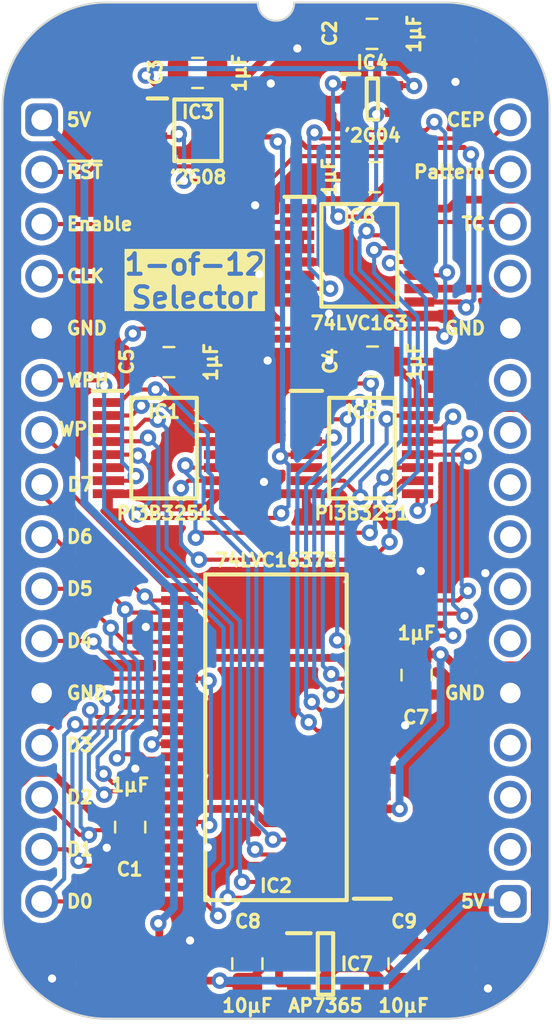
<source format=kicad_pcb>
(kicad_pcb (version 20221018) (generator pcbnew)
  (title_block (title "Pixel Step Advance") (date "2024-03-06") (rev "V0"))
  (layers (0 "F.Cu" signal) (31 "B.Cu" signal) (34 "B.Paste" user) (35 "F.Paste" user) (36 "B.SilkS" user "B.Silkscreen") (37 "F.SilkS" user "F.Silkscreen") (38 "B.Mask" user) (39 "F.Mask" user) (44 "Edge.Cuts" user))
  (net 0 "")
  (net 1 "/5V")
  (net 2 "/GND")
  (net 3 "/3.3V")
  (net 4 "/Selected Pattern")
  (net 5 "/Enable Pattern")
  (net 6 "/Y")
  (net 7 "/CEP")
  (net 8 "/CLK")
  (net 9 "/TC")
  (net 10 "/RPS8")
  (net 11 "/RPS9")
  (net 12 "/RPS10")
  (net 13 "/RPS11")
  (net 14 "/~{Reset}")
  (net 15 "/Q0")
  (net 16 "/Q1")
  (net 17 "/Q2")
  (net 18 "/Q3")
  (net 19 "/RPS0")
  (net 20 "/RPS1")
  (net 21 "/RPS2")
  (net 22 "/RPS3")
  (net 23 "/RPS4")
  (net 24 "/RPS5")
  (net 25 "/RPS6")
  (net 26 "/RPS7")
  (net 27 "/Write Pattern Low")
  (net 28 "/D0")
  (net 29 "/D1")
  (net 30 "/D2")
  (net 31 "/D3")
  (net 32 "/D4")
  (net 33 "/D5")
  (net 34 "/D6")
  (net 35 "/D7")
  (net 36 "/Write Pattern High")
  (net 37 "/~{TC}")
  (net 49 "/~{PE}")
  (net 52 "/~{Q3}")
  (footprint "SamacSys_Parts:C_0805" (layer "F.Cu") (at 106.553 99.568)
    (fp_text reference "C9")
    (fp_text value "10µF")
  )
  (footprint "SamacSys_Parts:DIP-32_Board_W22.86mm" (layer "F.Cu") (at 88.9 58.42)
    (fp_text reference "J1" hide)
    (fp_text value "Conn_02x16_Counter_Clockwise" hide)
    (fp_line (start -1.905 -0.635) (end -1.905 38.735) (stroke (width 0.1)) (layer "Edge.Cuts"))
    (fp_line (start 10.541 -5.715) (end 3.175 -5.715) (stroke (width 0.1)) (layer "Edge.Cuts"))
    (fp_line (start 19.685 -5.715) (end 12.319 -5.715) (stroke (width 0.1)) (layer "Edge.Cuts"))
    (fp_line (start 19.685 43.815) (end 3.175 43.815) (stroke (width 0.1)) (layer "Edge.Cuts"))
    (fp_line (start 24.765 38.735) (end 24.765 -0.635) (stroke (width 0.1)) (layer "Edge.Cuts"))
    (fp_arc (start -1.905 -0.635) (mid -0.417102 -4.227102) (end 3.175 -5.715) (stroke (width 0.1)) (layer "Edge.Cuts"))
    (fp_arc (start 3.175 43.815) (mid -0.417102 42.327102) (end -1.905 38.735) (stroke (width 0.1)) (layer "Edge.Cuts"))
    (fp_arc (start 12.319 -5.715) (mid 11.43 -4.826) (end 10.541 -5.715) (stroke (width 0.1)) (layer "Edge.Cuts"))
    (fp_arc (start 19.685 -5.715) (mid 23.277102 -4.227102) (end 24.765 -0.635) (stroke (width 0.1)) (layer "Edge.Cuts"))
    (fp_arc (start 24.765 38.735) (mid 23.277102 42.327102) (end 19.685 43.815) (stroke (width 0.1)) (layer "Edge.Cuts"))
  )
  (footprint "SamacSys_Parts:C_0805" (layer "F.Cu") (at 96.52 56.134 90)
    (fp_text reference "C3")
    (fp_text value "1μF")
  )
  (footprint "SamacSys_Parts:C_0805" (layer "F.Cu") (at 105.0544 70.2056 90)
    (fp_text reference "C4")
    (fp_text value "1μF")
  )
  (footprint "SamacSys_Parts:C_0805" (layer "F.Cu") (at 105.156 61.214 90)
    (fp_text reference "C6" hide)
    (fp_text value "1μF")
  )
  (footprint "SamacSys_Parts:C_0805" (layer "F.Cu") (at 95.123 70.231 90)
    (fp_text reference "C5")
    (fp_text value "1μF")
  )
  (footprint "SamacSys_Parts:SOP65P400X110-8N" (layer "F.Cu") (at 96.52 58.928)
    (fp_text reference "IC3")
    (fp_text value "74LVC2G08DP-Q100H" hide)
  )
  (footprint "SamacSys_Parts:SOP65P640X110-16N" (layer "F.Cu") (at 104.394 65.024)
    (fp_text reference "IC6")
    (fp_text value "74LVC163PW,118" hide)
  )
  (footprint "SamacSys_Parts:SOP64P599X175-16N" (layer "F.Cu") (at 94.869 74.422)
    (fp_text reference "IC1")
    (fp_text value "PI3B3251QE" hide)
  )
  (footprint "SamacSys_Parts:C_0805" (layer "F.Cu") (at 93.218 92.882 180)
    (fp_text reference "C1")
    (fp_text value "1μF")
  )
  (footprint "SamacSys_Parts:C_0805" (layer "F.Cu") (at 98.933 99.568)
    (fp_text reference "C8")
    (fp_text value "10µF")
  )
  (footprint "SamacSys_Parts:SOT95P285X130-5N" (layer "F.Cu") (at 102.743 99.568)
    (fp_text reference "IC7")
    (fp_text value "AP7365-33WG-7" hide)
  )
  (footprint "SamacSys_Parts:C_0805" (layer "F.Cu") (at 105.029 54.229 90)
    (fp_text reference "C2")
    (fp_text value "1μF")
  )
  (footprint "SamacSys_Parts:C_0805" (layer "F.Cu") (at 107.188 85.471 180)
    (fp_text reference "C7")
    (fp_text value "1μF")
  )
  (footprint "SamacSys_Parts:SOP64P599X175-16N" (layer "F.Cu") (at 104.521 74.422)
    (fp_text reference "IC5")
    (fp_text value "PI3B3251QE" hide)
  )
  (footprint "SamacSys_Parts:SOP64P1025X280-48N" (layer "F.Cu") (at 100.33 88.519 180)
    (fp_text reference "IC2")
    (fp_text value "74LVC16373ADL,118" hide)
  )
  (footprint "SamacSys_Parts:SOP65P210X110-6N" (layer "F.Cu") (at 105.029 57.404)
    (fp_text reference "IC4")
    (fp_text value "74LVC2G04GW-Q100H" hide)
  )
  (gr_text "5V" (at 90.043 58.42) (layer "F.SilkS") (effects (font (size 0.635 0.635)) (justify left)))
  (gr_text "5V" (at 110.617 96.52) (layer "F.SilkS") (effects (font (size 0.635 0.635)) (justify right)))
  (gr_text "Enable" (at 90.043 63.5) (layer "F.SilkS") (effects (font (size 0.635 0.635)) (justify left)))
  (gr_text "D3" (at 90.043 88.9) (layer "F.SilkS") (effects (font (size 0.635 0.635)) (justify left)))
  (gr_text "Pattern" (at 110.617 60.96) (layer "F.SilkS") (effects (font (size 0.635 0.635)) (justify right)))
  (gr_text "D4" (at 90.043 83.82) (layer "F.SilkS") (effects (font (size 0.635 0.635)) (justify left)))
  (gr_text "WPH" (at 90.043 71.12) (layer "F.SilkS") (effects (font (size 0.635 0.635)) (justify left)))
  (gr_text "GND" (at 110.617 68.58) (layer "F.SilkS") (effects (font (size 0.635 0.635)) (justify right)))
  (gr_text "GND" (at 90.043 86.36) (layer "F.SilkS") (effects (font (size 0.635 0.635)) (justify left)))
  (gr_text "D1" (at 90.043 93.98) (layer "F.SilkS") (effects (font (size 0.635 0.635)) (justify left)))
  (gr_text "D7" (at 90.0684 76.2) (layer "F.SilkS") (effects (font (size 0.635 0.635)) (justify left)))
  (gr_text "TC" (at 110.617 63.5) (layer "F.SilkS") (effects (font (size 0.635 0.635)) (justify right)))
  (gr_text "~{RST}" (at 90.043 60.96) (layer "F.SilkS") (effects (font (size 0.635 0.635)) (justify left)))
  (gr_text "D2" (at 90.043 91.44) (layer "F.SilkS") (effects (font (size 0.635 0.635)) (justify left)))
  (gr_text "CLK" (at 90.043 66.04) (layer "F.SilkS") (effects (font (size 0.635 0.635)) (justify left)))
  (gr_text "D0" (at 90.043 96.52) (layer "F.SilkS") (effects (font (size 0.635 0.635)) (justify left)))
  (gr_text "WPL" (at 89.662 73.5076) (layer "F.SilkS") (effects (font (size 0.635 0.635)) (justify left)))
  (gr_text "1-of-12\nSelector" (at 96.3676 67.6656) (layer "F.SilkS" knockout) (effects (font (size 1 1) (thickness 0.2) bold) (justify bottom)))
  (gr_text "CEP" (at 110.617 58.42) (layer "F.SilkS") (effects (font (size 0.635 0.635)) (justify right)))
  (gr_text "GND" (at 110.617 86.36) (layer "F.SilkS") (effects (font (size 0.635 0.635)) (justify right)))
  (gr_text "D6" (at 90.043 78.74) (layer "F.SilkS") (effects (font (size 0.635 0.635)) (justify left)))
  (gr_text "D5" (at 90.043 81.28) (layer "F.SilkS") (effects (font (size 0.635 0.635)) (justify left)))
  (gr_text "GND" (at 90.043 68.58) (layer "F.SilkS") (effects (font (size 0.635 0.635)) (justify left)))
  (segment (start 97.5868 100.3808) (end 95.8088 100.3808) (width 0.38) (layer "F.Cu") (net 1))
  (segment (start 101.443 98.618) (end 100.488 98.618) (width 0.38) (layer "F.Cu") (net 1))
  (segment (start 100.488 100.518) (end 101.443 100.518) (width 0.38) (layer "F.Cu") (net 1))
  (segment (start 98.933 100.502) (end 97.708 100.502) (width 0.38) (layer "F.Cu") (net 1))
  (segment (start 100.478 99.441) (end 99.994 99.441) (width 0.38) (layer "F.Cu") (net 1))
  (segment (start 95.8088 100.3808) (end 94.6404 99.2124) (width 0.38) (layer "F.Cu") (net 1))
  (segment (start 99.994 99.441) (end 98.933 100.502) (width 0.38) (layer "F.Cu") (net 1))
  (segment (start 100.478 99.441) (end 100.478 100.508) (width 0.38) (layer "F.Cu") (net 1))
  (segment (start 94.6404 97.6376) (end 94.5896 97.5868) (width 0.38) (layer "F.Cu") (net 1))
  (segment (start 100.478 98.628) (end 100.478 99.441) (width 0.38) (layer "F.Cu") (net 1))
  (segment (start 100.488 98.618) (end 100.478 98.628) (width 0.38) (layer "F.Cu") (net 1))
  (segment (start 97.708 100.502) (end 97.5868 100.3808) (width 0.38) (layer "F.Cu") (net 1))
  (segment (start 94.6404 99.2124) (end 94.6404 97.6376) (width 0.38) (layer "F.Cu") (net 1))
  (segment (start 100.478 100.508) (end 100.488 100.518) (width 0.38) (layer "F.Cu") (net 1))
  (via (at 94.5896 97.5868) (size 0.8) (drill 0.4) (layers "F.Cu" "B.Cu") (net 1))
  (via (at 97.5868 100.3808) (size 0.8) (drill 0.4) (layers "F.Cu" "B.Cu") (net 1))
  (segment (start 94.5896 97.5868) (end 95.3516 96.8248) (width 0.38) (layer "B.Cu") (net 1))
  (segment (start 95.3516 81.452686) (end 90.9828 77.083886) (width 0.38) (layer "B.Cu") (net 1))
  (segment (start 97.5868 100.3808) (end 105.7148 100.3808) (width 0.38) (layer "B.Cu") (net 1))
  (segment (start 90.9828 77.083886) (end 90.9828 60.5028) (width 0.38) (layer "B.Cu") (net 1))
  (segment (start 95.3516 96.8248) (end 95.3516 81.452686) (width 0.38) (layer "B.Cu") (net 1))
  (segment (start 90.9828 60.5028) (end 88.9 58.42) (width 0.38) (layer "B.Cu") (net 1))
  (segment (start 105.7148 100.3808) (end 109.5248 96.5708) (width 0.38) (layer "B.Cu") (net 1))
  (segment (start 109.5248 96.5708) (end 111.76 96.5708) (width 0.38) (layer "B.Cu") (net 1))
  (segment (start 94.463599 77.3176) (end 93.789999 76.644) (width 0.38) (layer "F.Cu") (net 2))
  (segment (start 104.0884 70.2056) (end 102.9716 70.2056) (width 0.38) (layer "F.Cu") (net 2))
  (segment (start 101.469 67.299) (end 100.389 67.299) (width 0.38) (layer "F.Cu") (net 2))
  (segment (start 101.809 77.1202) (end 102.4128 77.724) (width 0.38) (layer "F.Cu") (net 2))
  (segment (start 106.9462 81.217) (end 107.3912 80.772) (width 0.38) (layer "F.Cu") (net 2))
  (segment (start 92.1308 93.848) (end 92.075 93.9038) (width 0.38) (layer "F.Cu") (net 2))
  (segment (start 100.354 64.709) (end 100.354 66.009) (width 0.38) (layer "F.Cu") (net 2))
  (segment (start 103.545383 82.931) (end 97.555 82.931) (width 0.38) (layer "F.Cu") (net 2))
  (segment (start 107.188 93.039) (end 106.31 93.917) (width 0.38) (layer "F.Cu") (net 2))
  (segment (start 102.830427 94.781573) (end 97.900042 94.781573) (width 0.38) (layer "F.Cu") (net 2))
  (segment (start 101.469 64.699) (end 100.364 64.699) (width 0.38) (layer "F.Cu") (net 2))
  (segment (start 94.996 75.437999) (end 94.996 74.295) (width 0.38) (layer "F.Cu") (net 2))
  (segment (start 95.63 93.917) (end 96.973463 93.917) (width 0.38) (layer "F.Cu") (net 2))
  (segment (start 101.443 99.568) (end 102.398 99.568) (width 0.38) (layer "F.Cu") (net 2))
  (segment (start 105.03 83.121) (end 104.110717 83.121) (width 0.38) (layer "F.Cu") (net 2))
  (segment (start 104.063 54.229) (end 102.235 56.057) (width 0.38) (layer "F.Cu") (net 2))
  (segment (start 99.169582 76.644) (end 99.743191 76.070391) (width 0.38) (layer "F.Cu") (net 2))
  (segment (start 102.351 67.299) (end 102.9208 67.8688) (width 0.38) (layer "F.Cu") (net 2))
  (segment (start 91.8464 67.31) (end 90.5764 68.58) (width 0.38) (layer "F.Cu") (net 2))
  (segment (start 99.822 62.5856) (end 99.313998 62.5856) (width 0.38) (layer "F.Cu") (net 2))
  (segment (start 101.1936 61.214) (end 99.822 62.5856) (width 0.38) (layer "F.Cu") (net 2))
  (segment (start 106.31 93.917) (end 105.03 93.917) (width 0.38) (layer "F.Cu") (net 2))
  (segment (start 102.966 67.914) (end 102.9208 67.8688) (width 0.38) (layer "F.Cu") (net 2))
  (segment (start 106.6292 89.7878) (end 106.6292 87.9348) (width 0.38) (layer "F.Cu") (net 2))
  (segment (start 94.996 74.295) (end 95.885 73.406) (width 0.38) (layer "F.Cu") (net 2))
  (segment (start 100.364 65.999) (end 101.469 65.999) (width 0.38) (layer "F.Cu") (net 2))
  (segment (start 106.6292 87.4512) (end 106.6292 87.9348) (width 0.38) (layer "F.Cu") (net 2))
  (segment (start 101.809 76.644) (end 100.3168 76.644) (width 0.38) (layer "F.Cu") (net 2))
  (segment (start 98.933 98.602) (end 96.316 98.602) (width 0.38) (layer "F.Cu") (net 2))
  (segment (start 104.063 54.229) (end 102.08223 54.229) (width 0.38) (layer "F.Cu") (net 2))
  (segment (start 95.63 90.107) (end 105.03 90.107) (width 0.38) (layer "F.Cu") (net 2))
  (segment (start 107.3912 79.248) (end 107.3912 80.4164) (width 0.38) (layer "F.Cu") (net 2))
  (segment (start 105.03 90.107) (end 106.31 90.107) (width 0.38) (layer "F.Cu") (net 2))
  (segment (start 103.75 81.217) (end 105.03 81.217) (width 0.38) (layer "F.Cu") (net 2))
  (segment (start 99.922331 71.635169) (end 98.7235 72.834) (width 0.38) (layer "F.Cu") (net 2))
  (segment (start 90.5764 68.58) (end 88.9 68.58) (width 0.38) (layer "F.Cu") (net 2))
  (segment (start 97.365 83.121) (end 95.63 83.121) (width 0.38) (layer "F.Cu") (net 2))
  (segment (start 96.393 56.973) (end 95.554 56.134) (width 0.38) (layer "F.Cu") (net 2))
  (segment (start 100.3168 76.644) (end 99.743191 76.070391) (width 0.38) (layer "F.Cu") (net 2))
  (segment (start 102.408 98.09) (end 102.246 97.928) (width 0.38) (layer "F.Cu") (net 2))
  (segment (start 101.469 67.299) (end 102.351 67.299) (width 0.38) (layer "F.Cu") (net 2))
  (segment (start 106.32 95.644) (end 106.143 95.821) (width 0.38) (layer "F.Cu") (net 2))
  (segment (start 92.157 76.644) (end 93.789999 76.644) (width 0.38) (layer "F.Cu") (net 2))
  (segment (start 106.109 86.931) (end 106.603 86.437) (width 0.38) (layer "F.Cu") (net 2))
  (segment (start 98.1456 67.31) (end 91.8464 67.31) (width 0.38) (layer "F.Cu") (net 2))
  (segment (start 100.389 67.299) (end 100.354 67.264) (width 0.38) (layer "F.Cu") (net 2))
  (segment (start 97.581 76.644) (end 96.9074 77.3176) (width 0.38) (layer "F.Cu") (net 2))
  (segment (start 100.354 67.264) (end 100.354 66.009) (width 0.38) (layer "F.Cu") (net 2))
  (segment (start 99.5172 65.9384) (end 98.1456 67.31) (width 0.38) (layer "F.Cu") (net 2))
  (segment (start 101.469 64.699) (end 101.469 64.049) (width 0.38) (layer "F.Cu") (net 2))
  (segment (start 96.393 59.817) (end 96.393 56.973) (width 0.38) (layer "F.Cu") (net 2))
  (segment (start 96.889 86.931) (end 96.92 86.962) (width 0.38) (layer "F.Cu") (net 2))
  (segment (start 106.553 98.602) (end 105.879 97.928) (width 0.38) (layer "F.Cu") (net 2))
  (segment (start 107.188 90.985) (end 107.188 93.039) (width 0.38) (layer "F.Cu") (net 2))
  (segment (start 106.31 90.107) (end 107.188 90.985) (width 0.38) (layer "F.Cu") (net 2))
  (segment (start 106.31 93.917) (end 106.32 93.927) (width 0.38) (layer "F.Cu") (net 2))
  (segment (start 107.3912 80.4164) (end 110.4392 80.4164) (width 0.38) (layer "F.Cu") (net 2))
  (segment (start 99.922331 70.1548) (end 99.922331 71.635169) (width 0.38) (layer "F.Cu") (net 2))
  (segment (start 93.218 93.848) (end 92.1308 93.848) (width 0.38) (layer "F.Cu") (net 2))
  (segment (start 96.307 59.903) (end 96.393 59.817) (width 0.38) (layer "F.Cu") (net 2))
  (segment (start 98.7235 72.834) (end 97.581 72.834) (width 0.38) (layer "F.Cu") (net 2))
  (segment (start 106.143 95.821) (end 105.03 95.821) (width 0.38) (layer "F.Cu") (net 2))
  (segment (start 110.4392 80.4164) (end 110.5408 80.518) (width 0.38) (layer "F.Cu") (net 2))
  (segment (start 104.110717 83.121) (end 103.735383 83.121) (width 0.38) (layer "F.Cu") (net 2))
  (segment (start 102.9208 70.1548) (end 99.922331 70.1548) (width 0.38) (layer "F.Cu") (net 2))
  (segment (start 96.9074 77.3176) (end 94.463599 77.3176) (width 0.38) (layer "F.Cu") (net 2))
  (segment (start 95.63 93.917) (end 93.287 93.917) (width 0.38) (layer "F.Cu") (net 2))
  (segment (start 102.235 56.057) (end 102.235 57.15) (width 0.38) (layer "F.Cu") (net 2))
  (segment (start 106.32 93.927) (end 106.32 95.644) (width 0.38) (layer "F.Cu") (net 2))
  (segment (start 102.4128 77.724) (end 105.8672 77.724) (width 0.38) (layer "F.Cu") (net 2))
  (segment (start 96.6724 90.107) (end 95.63 90.107) (width 0.38) (layer "F.Cu") (net 2))
  (segment (start 101.809 76.644) (end 101.809 77.1202) (width 0.38) (layer "F.Cu") (net 2))
  (segment (start 96.973463 93.917) (end 97.004466 93.885997) (width 0.38) (layer "F.Cu") (net 2))
  (segment (start 95.63 83.121) (end 93.999402 83.121) (width 0.38) (layer "F.Cu") (net 2))
  (segment (start 100.364 64.699) (end 100.354 64.709) (width 0.38) (layer "F.Cu") (net 2))
  (segment (start 108.6048 67.914) (end 102.966 67.914) (width 0.38) (layer "F.Cu") (net 2))
  (segment (start 103.545383 81.421617) (end 103.75 81.217) (width 0.38) (layer "F.Cu") (net 2))
  (segment (start 111.76 68.58) (end 109.2708 68.58) (width 0.38) (layer "F.Cu") (net 2))
  (segment (start 102.398 99.568) (end 102.408 99.558) (width 0.38) (layer "F.Cu") (net 2))
  (segment (start 93.999402 83.121) (end 93.98 83.140402) (width 0.38) (layer "F.Cu") (net 2))
  (segment (start 97.581 73.47) (end 97.581 72.834) (width 0.38) (layer "F.Cu") (net 2))
  (segment (start 99.5778 65.999) (end 101.469 65.999) (width 0.38) (layer "F.Cu") (net 2))
  (segment (start 97.581 74.74) (end 97.581 74.104) (width 0.38) (layer "F.Cu") (net 2))
  (segment (start 102.235 57.15) (end 102.524 57.439) (width 0.38) (layer "F.Cu") (net 2))
  (segment (start 93.525538 90.107) (end 93.466516 90.047978) (width 0.38) (layer "F.Cu") (net 2))
  (segment (start 96.92 86.962) (end 96.92 89.8594) (width 0.38) (layer "F.Cu") (net 2))
  (segment (start 97.581 76.644) (end 99.169582 76.644) (width 0.38) (layer "F.Cu") (net 2))
  (segment (start 105.03 81.217) (end 106.9462 81.217) (width 0.38) (layer "F.Cu") (net 2))
  (segment (start 102.9716 70.2056) (end 102.9208 70.1548) (width 0.38) (layer "F.Cu") (net 2))
  (segment (start 104.110717 83.121) (end 104.110717 83.111771) (width 0.38) (layer "F.Cu") (net 2))
  (segment (start 106.603 86.437) (end 107.188 86.437) (width 0.38) (layer "F.Cu") (net 2))
  (segment (start 97.900042 94.781573) (end 97.004466 93.885997) (width 0.38) (layer "F.Cu") (net 2))
  (segment (start 103.695 93.917) (end 102.830427 94.781573) (width 0.38) (layer "F.Cu") (net 2))
  (segment (start 95.63 86.931) (end 96.889 86.931) (width 0.38) (layer "F.Cu") (net 2))
  (segment (start 102.246 97.928) (end 99.607 97.928) (width 0.38) (layer "F.Cu") (net 2))
  (segment (start 107.3912 80.772) (end 107.3912 80.4164) (width 0.38) (layer "F.Cu") (net 2))
  (segment (start 96.316 98.602) (end 96.139 98.425) (width 0.38) (layer "F.Cu") (net 2))
  (segment (start 105.03 93.917) (end 103.695 93.917) (width 0.38) (layer "F.Cu") (net 2))
  (segment (start 105.03 86.931) (end 106.109 86.931) (width 0.38) (layer "F.Cu") (net 2))
  (segment (start 94.545 59.903) (end 96.307 59.903) (width 0.38) (layer "F.Cu") (net 2))
  (segment (start 97.581 74.104) (end 97.581 73.47) (width 0.38) (layer "F.Cu") (net 2))
  (segment (start 102.408 99.558) (end 102.408 98.09) (width 0.38) (layer "F.Cu") (net 2))
  (segment (start 102.08223 54.229) (end 101.371215 54.940015) (width 0.38) (layer "F.Cu") (net 2))
  (segment (start 97.555 82.931) (end 97.365 83.121) (width 0.38) (layer "F.Cu") (net 2))
  (segment (start 96.92 89.8594) (end 96.6724 90.107) (width 0.38) (layer "F.Cu") (net 2))
  (segment (start 95.885 73.406) (end 95.885 71.882) (width 0.38) (layer "F.Cu") (net 2))
  (segment (start 105.8672 77.724) (end 107.3912 79.248) (width 0.38) (layer "F.Cu") (net 2))
  (segment (start 101.371215 54.940015) (end 100.076 56.23523) (width 0.38) (layer "F.Cu") (net 2))
  (segment (start 99.5172 65.9384) (end 99.5778 65.999) (width 0.38) (layer "F.Cu") (net 2))
  (segment (start 100.354 66.009) (end 100.364 65.999) (width 0.38) (layer "F.Cu") (net 2))
  (segment (start 95.885 71.882) (end 94.234 70.231) (width 0.38) (layer "F.Cu") (net 2))
  (segment (start 104.19 61.214) (end 101.1936 61.214) (width 0.38) (layer "F.Cu") (net 2))
  (segment (start 102.524 57.439) (end 103.932 57.439) (width 0.38) (layer "F.Cu") (net 2))
  (segment (start 100.076 56.23523) (end 100.076 56.649008) (width 0.38) (layer "F.Cu") (net 2))
  (segment (start 106.109 86.931) (end 106.6292 87.4512) (width 0.38) (layer "F.Cu") (net 2))
  (segment (start 103.735383 83.121) (end 103.545383 82.931) (width 0.38) (layer "F.Cu") (net 2))
  (segment (start 102.57 97.928) (end 102.408 98.09) (width 0.38) (layer "F.Cu") (net 2))
  (segment (start 103.545383 82.931) (end 103.545383 81.421617) (width 0.38) (layer "F.Cu") (net 2))
  (segment (start 93.789999 76.644) (end 94.996 75.437999) (width 0.38) (layer "F.Cu") (net 2))
  (segment (start 105.879 97.928) (end 102.57 97.928) (width 0.38) (layer "F.Cu") (net 2))
  (segment (start 99.607 97.928) (end 98.933 98.602) (width 0.38) (layer "F.Cu") (net 2))
  (segment (start 95.63 90.107) (end 93.525538 90.107) (width 0.38) (layer "F.Cu") (net 2))
  (segment (start 106.31 90.107) (end 106.6292 89.7878) (width 0.38) (layer "F.Cu") (net 2))
  (segment (start 109.2708 68.58) (end 108.6048 67.914) (width 0.38) (layer "F.Cu") (net 2))
  (via (at 93.466516 90.047978) (size 0.8) (drill 0.4) (layers "F.Cu" "B.Cu") (net 2))
  (via (at 102.9208 67.8688) (size 0.8) (drill 0.4) (layers "F.Cu" "B.Cu") (net 2))
  (via (at 99.743191 76.070391) (size 0.8) (drill 0.4) (layers "F.Cu" "B.Cu") (net 2))
  (via (at 99.922331 70.1548) (size 0.8) (drill 0.4) (layers "F.Cu" "B.Cu") (net 2))
  (via (at 106.6292 87.9348) (size 0.8) (drill 0.4) (layers "F.Cu" "B.Cu") (net 2))
  (via (at 100.076 56.649008) (size 0.8) (drill 0.4) (layers "F.Cu" "B.Cu") (net 2))
  (via (at 110.667615 100.761615) (size 0.8) (drill 0.4) (layers "F.Cu" "B.Cu") (net 2))
  (via (at 107.3912 80.4164) (size 0.8) (drill 0.4) (layers "F.Cu" "B.Cu") (net 2))
  (via (at 99.5172 65.9384) (size 0.8) (drill 0.4) (layers "F.Cu" "B.Cu") (net 2))
  (via (at 96.139 98.425) (size 0.8) (drill 0.4) (layers "F.Cu" "B.Cu") (net 2))
  (via (at 97.004466 93.885997) (size 0.8) (drill 0.4) (layers "F.Cu" "B.Cu") (net 2))
  (via (at 89.408 100.2792) (size 0.8) (drill 0.4) (layers "F.Cu" "B.Cu") (net 2))
  (via (at 110.5408 80.518) (size 0.8) (drill 0.4) (layers "F.Cu" "B.Cu") (net 2))
  (via (at 102.9208 70.1548) (size 0.8) (drill 0.4) (layers "F.Cu" "B.Cu") (net 2))
  (via (at 109.08339 56.568551) (size 0.8) (drill 0.4) (layers "F.Cu" "B.Cu") (net 2))
  (via (at 93.98 83.140402) (size 0.8) (drill 0.4) (layers "F.Cu" "B.Cu") (net 2))
  (via (at 101.371215 54.940015) (size 0.8) (drill 0.4) (layers "F.Cu" "B.Cu") (net 2))
  (via (at 92.075 93.9038) (size 0.8) (drill 0.4) (layers "F.Cu" "B.Cu") (net 2))
  (via (at 99.313998 62.5856) (size 0.8) (drill 0.4) (layers "F.Cu" "B.Cu") (net 2))
  (segment (start 97.004466 93.885997) (end 96.139 94.751463) (width 0.38) (layer "B.Cu") (net 2))
  (segment (start 111.76 68.58) (end 112.95 67.39) (width 0.38) (layer "B.Cu") (net 2))
  (segment (start 93.466516 88.397484) (end 93.466516 90.047978) (width 0.38) (layer "B.Cu") (net 2))
  (segment (start 102.235 98.425) (end 96.139 98.425) (width 0.38) (layer "B.Cu") (net 2))
  (segment (start 87.71 67.39) (end 87.71 57.23) (width 0.38) (layer "B.Cu") (net 2))
  (segment (start 87.71 85.17) (end 88.9 86.36) (width 0.38) (layer "B.Cu") (net 2))
  (segment (start 93.98 83.140402) (end 94.083223 83.243625) (width 0.38) (layer "B.Cu") (net 2))
  (segment (start 112.95 79.232915) (end 112.95 79.1464) (width 0.38) (layer "B.Cu") (net 2))
  (segment (start 96.139 94.751463) (end 96.139 98.425) (width 0.38) (layer "B.Cu") (net 2))
  (segment (start 110.57 90.09) (end 110.57 87.55) (width 0.38) (layer "B.Cu") (net 2))
  (segment (start 89.122085 98.425) (end 87.71 97.012915) (width 0.38) (layer "B.Cu") (net 2))
  (segment (start 99.5172 65.9384) (end 99.568 65.8876) (width 0.38) (layer "B.Cu") (net 2))
  (segment (start 99.313998 62.5856) (end 99.2632 62.534802) (width 0.38) (layer "B.Cu") (net 2))
  (segment (start 106.1974 94.4626) (end 110.57 90.09) (width 0.38) (layer "B.Cu") (net 2))
  (segment (start 110.57 87.55) (end 111.76 86.36) (width 0.38) (layer "B.Cu") (net 2))
  (segment (start 112.95 80.787085) (end 112.95 85.17) (width 0.38) (layer "B.Cu") (net 2))
  (segment (start 87.71 87.55) (end 88.9 86.36) (width 0.38) (layer "B.Cu") (net 2))
  (segment (start 99.568 65.8876) (end 99.568 62.839602) (width 0.38) (layer "B.Cu") (net 2))
  (segment (start 110.159615 54.940015) (end 101.371215 54.940015) (width 0.38) (layer "B.Cu") (net 2))
  (segment (start 94.083223 83.243625) (end 94.083223 87.780777) (width 0.38) (layer "B.Cu") (net 2))
  (segment (start 99.743191 74.450009) (end 99.743191 76.070391) (width 0.38) (layer "B.Cu") (net 2))
  (segment (start 94.083223 87.780777) (end 93.466516 88.397484) (width 0.38) (layer "B.Cu") (net 2))
  (segment (start 92.075 93.9038) (end 93.466516 92.512284) (width 0.38) (layer "B.Cu") (net 2))
  (segment (start 111.76 68.58) (end 112.95 69.77) (width 0.38) (layer "B.Cu") (net 2))
  (segment (start 112.95 85.17) (end 111.76 86.36) (width 0.38) (layer "B.Cu") (net 2))
  (segment (start 100.132331 74.060869) (end 99.743191 74.450009) (width 0.38) (layer "B.Cu") (net 2))
  (segment (start 110.9688 80.09) (end 110.5408 80.518) (width 0.38) (layer "B.Cu") (net 2))
  (segment (start 112.092915 80.09) (end 112.252915 80.09) (width 0.38) (layer "B.Cu") (net 2))
  (segment (start 87.71 69.77) (end 87.71 85.17) (width 0.38) (layer "B.Cu") (net 2))
  (segment (start 89.999985 54.940015) (end 101.371215 54.940015) (width 0.38) (layer "B.Cu") (net 2))
  (segment (start 99.922331 70.1548) (end 100.132331 70.3648) (width 0.38) (layer "B.Cu") (net 2))
  (segment (start 106.1974 94.4626) (end 102.235 98.425) (width 0.38) (layer "B.Cu") (net 2))
  (segment (start 99.568 62.839602) (end 99.313998 62.5856) (width 0.38) (layer "B.Cu") (net 2))
  (segment (start 100.132331 70.3648) (end 100.132331 74.060869) (width 0.38) (layer "B.Cu") (net 2))
  (segment (start 87.71 57.23) (end 89.999985 54.940015) (width 0.38) (layer "B.Cu") (net 2))
  (segment (start 104.6988 89.8652) (end 104.6988 92.964) (width 0.38) (layer "B.Cu") (net 2))
  (segment (start 104.6988 92.964) (end 106.1974 94.4626) (width 0.38) (layer "B.Cu") (net 2))
  (segment (start 106.6292 87.9348) (end 106.6292 81.1784) (width 0.38) (layer "B.Cu") (net 2))
  (segment (start 99.2632 62.534802) (end 99.2632 57.461808) (width 0.38) (layer "B.Cu") (net 2))
  (segment (start 112.252915 80.09) (end 112.95 80.787085) (width 0.38) (layer "B.Cu") (net 2))
  (segment (start 106.6292 87.9348) (end 104.6988 89.8652) (width 0.38) (layer "B.Cu") (net 2))
  (segment (start 112.95 69.77) (end 112.95 79.1464) (width 0.38) (layer "B.Cu") (net 2))
  (segment (start 112.95 67.39) (end 112.95 57.7304) (width 0.38) (layer "B.Cu") (net 2))
  (segment (start 88.9 68.58) (end 87.71 67.39) (width 0.38) (layer "B.Cu") (net 2))
  (segment (start 87.71 97.012915) (end 87.71 87.55) (width 0.38) (layer "B.Cu") (net 2))
  (segment (start 112.95 57.7304) (end 110.159615 54.940015) (width 0.38) (layer "B.Cu") (net 2))
  (segment (start 96.139 98.425) (end 89.122085 98.425) (width 0.38) (layer "B.Cu") (net 2))
  (segment (start 102.9208 70.1548) (end 102.9208 67.8688) (width 0.38) (layer "B.Cu") (net 2))
  (segment (start 88.9 68.58) (end 87.71 69.77) (width 0.38) (layer "B.Cu") (net 2))
  (segment (start 106.6292 81.1784) (end 107.3912 80.4164) (width 0.38) (layer "B.Cu") (net 2))
  (segment (start 112.092915 80.09) (end 110.9688 80.09) (width 0.38) (layer "B.Cu") (net 2))
  (segment (start 112.092915 80.09) (end 112.95 79.232915) (width 0.38) (layer "B.Cu") (net 2))
  (segment (start 93.466516 92.512284) (end 93.466516 90.047978) (width 0.38) (layer "B.Cu") (net 2))
  (segment (start 99.2632 57.461808) (end 100.076 56.649008) (width 0.38) (layer "B.Cu") (net 2))
  (segment (start 104.8734 69.0906) (end 97.1974 69.0906) (width 0.38) (layer "F.Cu") (net 3))
  (segment (start 98.495 57.953) (end 98.495 57.175) (width 0.38) (layer "F.Cu") (net 3))
  (segment (start 101.918 92.011) (end 105.03 92.011) (width 0.38) (layer "F.Cu") (net 3))
  (segment (start 99.847771 92.71) (end 101.219 92.71) (width 0.38) (layer "F.Cu") (net 3))
  (segment (start 108.5088 84.4804) (end 108.3564 84.4804) (width 0.38) (layer "F.Cu") (net 3))
  (segment (start 102.08 53.114) (end 99.06 56.134) (width 0.38) (layer "F.Cu") (net 3))
  (segment (start 105.963 54.229) (end 104.848 53.114) (width 0.38) (layer "F.Cu") (net 3))
  (segment (start 101.219 92.71) (end 101.918 92.011) (width 0.38) (layer "F.Cu") (net 3))
  (segment (start 102.351 62.749) (end 101.469 62.749) (width 0.38) (layer "F.Cu") (net 3))
  (segment (start 110.7732 72.47) (end 112.2388 72.47) (width 0.38) (layer "F.Cu") (net 3))
  (segment (start 112.092915 85.01) (end 109.0384 85.01) (width 0.38) (layer "F.Cu") (net 3))
  (segment (start 102.549 65.349) (end 102.049 65.349) (width 0.38) (layer "F.Cu") (net 3))
  (segment (start 112.2972 62.31) (end 112.95 61.6572) (width 0.38) (layer "F.Cu") (net 3))
  (segment (start 107.319 62.749) (end 108.7518 62.749) (width 0.38) (layer "F.Cu") (net 3))
  (segment (start 97.1974 69.0906) (end 96.057 70.231) (width 0.38) (layer "F.Cu") (net 3))
  (segment (start 106.09 61.52) (end 107.319 62.749) (width 0.38) (layer "F.Cu") (net 3))
  (segment (start 105.963 54.229) (end 105.2635 54.9285) (width 0.38) (layer "F.Cu") (net 3))
  (segment (start 105.9884 70.2056) (end 107.233 71.4502) (width 0.38) (layer "F.Cu") (net 3))
  (segment (start 112.95 62.9628) (end 112.95 67.3608) (width 0.38) (layer "F.Cu") (net 3))
  (segment (start 101.469 62.749) (end 102.574 62.749) (width 0.38) (layer "F.Cu") (net 3))
  (segment (start 105.55878 57.376) (end 106.063 57.376) (width 0.38) (layer "F.Cu") (net 3))
  (segment (start 103.75 85.027) (end 103.372347 84.649347) (width 0.38) (layer "F.Cu") (net 3))
  (segment (start 97.066044 84.649347) (end 96.688391 85.027) (width 0.38) (layer "F.Cu") (net 3))
  (segment (start 105.9884 70.2056) (end 104.8734 69.0906) (width 0.38) (layer "F.Cu") (net 3))
  (segment (start 104.043 98.618) (end 104.669 98.618) (width 0.38) (layer "F.Cu") (net 3))
  (segment (start 107.319 66.649) (end 110.686085 66.649) (width 0.38) (layer "F.Cu") (net 3))
  (segment (start 109.81 100.502) (end 106.553 100.502) (width 0.38) (layer "F.Cu") (net 3))
  (segment (start 108.7518 62.749) (end 109.1908 62.31) (width 0.38) (layer "F.Cu") (net 3))
  (segment (start 103.372347 84.649347) (end 97.066044 84.649347) (width 0.38) (layer "F.Cu") (net 3))
  (segment (start 99.148771 92.011) (end 99.847771 92.71) (width 0.38) (layer "F.Cu") (net 3))
  (segment (start 111.397885 67.3608) (end 112.95 67.3608) (width 0.38) (layer "F.Cu") (net 3))
  (segment (start 105.9884 70.2056) (end 108.5088 70.2056) (width 0.38) (layer "F.Cu") (net 3))
  (segment (start 102.771 62.329) (end 102.351 62.749) (width 0.38) (layer "F.Cu") (net 3))
  (segment (start 106.1334 85.027) (end 105.03 85.027) (width 0.38) (layer "F.Cu") (net 3))
  (segment (start 106.6234 84.537) (end 106.1334 85.027) (width 0.38) (layer "F.Cu") (net 3))
  (segment (start 112.95 61.6572) (end 112.95 57.832) (width 0.38) (layer "F.Cu") (net 3))
  (segment (start 112.95 97.362) (end 109.81 100.502) (width 0.38) (layer "F.Cu") (net 3))
  (segment (start 99.06 56.134) (end 97.454 56.134) (width 0.38) (layer "F.Cu") (net 3))
  (segment (start 87.71 90.947085) (end 87.71 97.2096) (width 0.38) (layer "F.Cu") (net 3))
  (segment (start 109.347 54.229) (end 105.963 54.229) (width 0.38) (layer "F.Cu") (net 3))
  (segment (start 105.03 92.011) (end 106.356785 92.011) (width 0.38) (layer "F.Cu") (net 3))
  (segment (start 106.09 61.214) (end 104.975 62.329) (width 0.38) (layer "F.Cu") (net 3))
  (segment (start 109.0384 85.01) (end 108.5088 84.4804) (width 0.38) (layer "F.Cu") (net 3))
  (segment (start 112.95 67.3608) (end 112.95 71.7588) (width 0.38) (layer "F.Cu") (net 3))
  (segment (start 112.252915 85.01) (end 112.092915 85.01) (width 0.38) (layer "F.Cu") (net 3))
  (segment (start 112.95 73.167085) (end 112.95 84.312915) (width 0.38) (layer "F.Cu") (net 3))
  (segment (start 107.233 71.4502) (end 107.233 72.2) (width 0.38) (layer "F.Cu") (net 3))
  (segment (start 110.686085 66.649) (end 111.397885 67.3608) (width 0.38) (layer "F.Cu") (net 3))
  (segment (start 112.79 85.01) (end 112.95 85.17) (width 0.38) (layer "F.Cu") (net 3))
  (segment (start 105.03 85.027) (end 103.75 85.027) (width 0.38) (layer "F.Cu") (net 3))
  (segment (start 107.2446 84.4804) (end 108.3564 84.4804) (width 0.38) (layer "F.Cu") (net 3))
  (segment (start 112.092915 85.01) (end 112.79 85.01) (width 0.38) (layer "F.Cu") (net 3))
  (segment (start 88.407085 90.25) (end 87.71 90.947085) (width 0.38) (layer "F.Cu") (net 3))
  (segment (start 89.415611 90.25) (end 88.407085 90.25) (width 0.38) (layer "F.Cu") (net 3))
  (segment (start 95.63 92.011) (end 99.148771 92.011) (width 0.38) (layer "F.Cu") (net 3))
  (segment (start 109.1908 62.31) (end 112.2972 62.31) (width 0.38) (layer "F.Cu") (net 3))
  (segment (start 108.5088 70.2056) (end 110.7732 72.47) (width 0.38) (layer "F.Cu") (net 3))
  (segment (start 102.584 62.759) (end 102.584 65.314) (width 0.38) (layer "F.Cu") (net 3))
  (segment (start 112.95 85.17) (end 112.95 97.362) (width 0.38) (layer "F.Cu") (net 3))
  (segment (start 112.95 71.7588) (end 112.2388 72.47) (width 0.38) (layer "F.Cu") (net 3))
  (segment (start 98.495 57.175) (end 97.454 56.134) (width 0.38) (layer "F.Cu") (net 3))
  (segment (start 91.367611 92.202) (end 89.415611 90.25) (width 0.38) (layer "F.Cu") (net 3))
  (segment (start 104.975 62.329) (end 102.771 62.329) (width 0.38) (layer "F.Cu") (net 3))
  (segment (start 92.964 92.202) (end 91.367611 92.202) (width 0.38) (layer "F.Cu") (net 3))
  (segment (start 91.8924 101.392) (end 105.663 101.392) (width 0.38) (layer "F.Cu") (net 3))
  (segment (start 93.281 92.011) (end 95.63 92.011) (width 0.38) (layer "F.Cu") (net 3))
  (segment (start 105.663 101.392) (end 106.553 100.502) (width 0.38) (layer "F.Cu") (net 3))
  (segment (start 104.848 53.114) (end 102.08 53.114) (width 0.38) (layer "F.Cu") (net 3))
  (segment (start 112.252915 72.47) (end 112.95 73.167085) (width 0.38) (layer "F.Cu") (net 3))
  (segment (start 105.2635 54.9285) (end 105.2635 57.360161) (width 0.38) (layer "F.Cu") (net 3))
  (segment (start 102.574 62.749) (end 102.584 62.759) (width 0.38) (layer "F.Cu") (net 3))
  (segment (start 112.95 84.312915) (end 112.252915 85.01) (width 0.38) (layer "F.Cu") (net 3))
  (segment (start 104.669 98.618) (end 106.553 100.502) (width 0.38) (layer "F.Cu") (net 3))
  (segment (start 87.71 97.2096) (end 91.8924 101.392) (width 0.38) (layer "F.Cu") (net 3))
  (segment (start 107.188 84.537) (end 106.6234 84.537) (width 0.38) (layer "F.Cu") (net 3))
  (segment (start 112.95 57.832) (end 109.347 54.229) (width 0.38) (layer "F.Cu") (net 3))
  (segment (start 105.2635 57.360161) (end 105.542941 57.360161) (width 0.38) (layer "F.Cu") (net 3))
  (segment (start 96.057 70.676) (end 97.581 72.2) (width 0.38) (layer "F.Cu") (net 3))
  (segment (start 112.2388 72.47) (end 112.252915 72.47) (width 0.38) (layer "F.Cu") (net 3))
  (segment (start 106.356785 92.011) (end 106.357859 92.012074) (width 0.38) (layer "F.Cu") (net 3))
  (segment (start 96.688391 85.027) (end 95.63 85.027) (width 0.38) (layer "F.Cu") (net 3))
  (segment (start 112.2972 62.31) (end 112.95 62.9628) (width 0.38) (layer "F.Cu") (net 3))
  (segment (start 102.584 65.314) (end 102.549 65.349) (width 0.38) (layer "F.Cu") (net 3))
  (segment (start 105.542941 57.360161) (end 105.55878 57.376) (width 0.38) (layer "F.Cu") (net 3))
  (via (at 108.3564 84.4804) (size 0.8) (drill 0.4) (layers "F.Cu" "B.Cu") (net 3))
  (via (at 106.357859 92.012074) (size 0.8) (drill 0.4) (layers "F.Cu" "B.Cu") (net 3))
  (segment (start 108.3564 87.8332) (end 108.3564 84.4804) (width 0.38) (layer "B.Cu") (net 3))
  (segment (start 106.357859 89.831741) (end 108.3564 87.8332) (width 0.38) (layer "B.Cu") (net 3))
  (segment (start 106.357859 92.012074) (end 106.357859 89.831741) (width 0.38) (layer "B.Cu") (net 3))
  (segment (start 106.567817 60.189) (end 101.228 60.189) (width 0.2) (layer "F.Cu") (net 4))
  (segment (start 111.76 60.96) (end 107.338817 60.96) (width 0.2) (layer "F.Cu") (net 4))
  (segment (start 94.545 59.253) (end 95.450189 59.253) (width 0.2) (layer "F.Cu") (net 4))
  (segment (start 101.228 60.189) (end 100.029 61.388) (width 0.2) (layer "F.Cu") (net 4))
  (segment (start 107.338817 60.96) (end 106.567817 60.189) (width 0.2) (layer "F.Cu") (net 4))
  (segment (start 100.029 61.388) (end 95.84336 61.388) (width 0.2) (layer "F.Cu") (net 4))
  (segment (start 95.450189 59.253) (end 95.590189 59.113) (width 0.2) (layer "F.Cu") (net 4))
  (via (at 95.84336 61.388) (size 0.8) (drill 0.4) (layers "F.Cu" "B.Cu") (net 4))
  (via (at 95.590189 59.113) (size 0.8) (drill 0.4) (layers "F.Cu" "B.Cu") (net 4))
  (segment (start 95.84336 61.388) (end 95.84336 59.366171) (width 0.2) (layer "B.Cu") (net 4))
  (segment (start 95.84336 59.366171) (end 95.590189 59.113) (width 0.2) (layer "B.Cu") (net 4))
  (segment (start 88.9 63.5) (end 92.35505 63.5) (width 0.2) (layer "F.Cu") (net 5))
  (segment (start 92.35505 63.5) (end 95.16705 60.688) (width 0.2) (layer "F.Cu") (net 5))
  (segment (start 97.71 60.688) (end 98.495 59.903) (width 0.2) (layer "F.Cu") (net 5))
  (segment (start 95.16705 60.688) (end 97.71 60.688) (width 0.2) (layer "F.Cu") (net 5))
  (segment (start 100.6216 74.74) (end 100.5332 74.8284) (width 0.2) (layer "F.Cu") (net 6))
  (segment (start 100.3554 77.8256) (end 93.7006 77.8256) (width 0.2) (layer "F.Cu") (net 6))
  (segment (start 101.809 74.74) (end 100.6216 74.74) (width 0.2) (layer "F.Cu") (net 6))
  (segment (start 93.7006 77.8256) (end 93.535502 77.660502) (width 0.2) (layer "F.Cu") (net 6))
  (segment (start 92.157 74.74) (end 93.547108 74.74) (width 0.2) (layer "F.Cu") (net 6))
  (segment (start 100.188494 59.253) (end 100.414247 59.478753) (width 0.25) (layer "F.Cu") (net 6))
  (segment (start 98.495 59.253) (end 100.188494 59.253) (width 0.25) (layer "F.Cu") (net 6))
  (segment (start 100.584 77.597) (end 100.3554 77.8256) (width 0.2) (layer "F.Cu") (net 6))
  (segment (start 93.547108 74.74) (end 93.595051 74.787943) (width 0.2) (layer "F.Cu") (net 6))
  (via (at 100.414247 59.478753) (size 0.8) (drill 0.4) (layers "F.Cu" "B.Cu") (net 6))
  (via (at 100.584 77.597) (size 0.8) (drill 0.4) (layers "F.Cu" "B.Cu") (net 6))
  (via (at 100.5332 74.8284) (size 0.8) (drill 0.4) (layers "F.Cu" "B.Cu") (net 6))
  (via (at 93.535502 77.660502) (size 0.8) (drill 0.4) (layers "F.Cu" "B.Cu") (net 6))
  (via (at 93.595051 74.787943) (size 0.8) (drill 0.4) (layers "F.Cu" "B.Cu") (net 6))
  (segment (start 100.647331 59.711837) (end 100.414247 59.478753) (width 0.25) (layer "B.Cu") (net 6))
  (segment (start 100.584 77.597) (end 100.9396 77.2414) (width 0.2) (layer "B.Cu") (net 6))
  (segment (start 94.190718 75.38361) (end 93.595051 74.787943) (width 0.2) (layer "B.Cu") (net 6))
  (segment (start 100.9396 77.2414) (end 100.9396 75.2348) (width 0.2) (layer "B.Cu") (net 6))
  (segment (start 100.5332 74.8284) (end 100.647331 74.714269) (width 0.25) (layer "B.Cu") (net 6))
  (segment (start 100.647331 74.714269) (end 100.647331 59.711837) (width 0.25) (layer "B.Cu") (net 6))
  (segment (start 93.535502 77.660502) (end 94.190718 77.005286) (width 0.2) (layer "B.Cu") (net 6))
  (segment (start 94.190718 77.005286) (end 94.190718 75.38361) (width 0.2) (layer "B.Cu") (net 6))
  (segment (start 100.9396 75.2348) (end 100.5332 74.8284) (width 0.2) (layer "B.Cu") (net 6))
  (segment (start 101.469 66.649) (end 102.971 66.649) (width 0.2) (layer "F.Cu") (net 7))
  (segment (start 110.852 59.328) (end 102.498602 59.328) (width 0.2) (layer "F.Cu") (net 7))
  (segment (start 102.498602 59.328) (end 102.209602 59.039) (width 0.2) (layer "F.Cu") (net 7))
  (segment (start 102.971 66.649) (end 102.9716 66.6496) (width 0.2) (layer "F.Cu") (net 7))
  (segment (start 111.76 58.42) (end 110.852 59.328) (width 0.2) (layer "F.Cu") (net 7))
  (via (at 102.9716 66.6496) (size 0.8) (drill 0.4) (layers "F.Cu" "B.Cu") (net 7))
  (via (at 102.209602 59.039) (size 0.8) (drill 0.4) (layers "F.Cu" "B.Cu") (net 7))
  (segment (start 101.9556 65.6336) (end 101.9556 59.293002) (width 0.2) (layer "B.Cu") (net 7))
  (segment (start 102.9716 66.6496) (end 101.9556 65.6336) (width 0.2) (layer "B.Cu") (net 7))
  (segment (start 101.9556 59.293002) (end 102.209602 59.039) (width 0.2) (layer "B.Cu") (net 7))
  (segment (start 98.653 63.399) (end 96.012 66.04) (width 0.2) (layer "F.Cu") (net 8))
  (segment (start 96.012 66.04) (end 88.9 66.04) (width 0.2) (layer "F.Cu") (net 8))
  (segment (start 101.469 63.399) (end 98.653 63.399) (width 0.2) (layer "F.Cu") (net 8))
  (segment (start 103.967 56.754) (end 103.213483 56.754) (width 0.2) (layer "F.Cu") (net 9))
  (segment (start 105.06574 63.135036) (end 103.374 63.135036) (width 0.2) (layer "F.Cu") (net 9))
  (segment (start 107.319 63.399) (end 111.659 63.399) (width 0.2) (layer "F.Cu") (net 9))
  (segment (start 105.329704 63.399) (end 105.06574 63.135036) (width 0.2) (layer "F.Cu") (net 9))
  (segment (start 107.319 63.399) (end 105.329704 63.399) (width 0.2) (layer "F.Cu") (net 9))
  (segment (start 103.213483 56.754) (end 103.108483 56.649) (width 0.2) (layer "F.Cu") (net 9))
  (via (at 103.374 63.135036) (size 0.8) (drill 0.4) (layers "F.Cu" "B.Cu") (net 9))
  (via (at 103.108483 56.649) (size 0.8) (drill 0.4) (layers "F.Cu" "B.Cu") (net 9))
  (segment (start 103.108483 56.649) (end 103.108483 62.869519) (width 0.2) (layer "B.Cu") (net 9))
  (segment (start 103.108483 62.869519) (end 103.374 63.135036) (width 0.2) (layer "B.Cu") (net 9))
  (segment (start 101.11403 93.507934) (end 100.184401 93.507934) (width 0.2) (layer "F.Cu") (net 10))
  (segment (start 93.336435 71.568065) (end 94.453835 71.568065) (width 0.2) (layer "F.Cu") (net 10))
  (segment (start 105.03 92.647) (end 101.974964 92.647) (width 0.2) (layer "F.Cu") (net 10))
  (segment (start 92.7045 72.2) (end 93.336435 71.568065) (width 0.2) (layer "F.Cu") (net 10))
  (segment (start 101.974964 92.647) (end 101.11403 93.507934) (width 0.2) (layer "F.Cu") (net 10))
  (via (at 100.184401 93.507934) (size 0.8) (drill 0.4) (layers "F.Cu" "B.Cu") (net 10))
  (via (at 94.453835 71.568065) (size 0.8) (drill 0.4) (layers "F.Cu" "B.Cu") (net 10))
  (segment (start 97.0076 75.564605) (end 97.1996 75.756606) (width 0.2) (layer "B.Cu") (net 10))
  (segment (start 97.1996 77.545033) (end 99.373749 79.719187) (width 0.2) (layer "B.Cu") (net 10))
  (segment (start 99.373749 92.697282) (end 100.184401 93.507934) (width 0.2) (layer "B.Cu") (net 10))
  (segment (start 99.373749 79.719187) (end 99.373749 92.697282) (width 0.2) (layer "B.Cu") (net 10))
  (segment (start 97.1996 75.756606) (end 97.1996 77.545033) (width 0.2) (layer "B.Cu") (net 10))
  (segment (start 94.866751 71.568065) (end 97.0076 73.708914) (width 0.2) (layer "B.Cu") (net 10))
  (segment (start 94.453835 71.568065) (end 94.866751 71.568065) (width 0.2) (layer "B.Cu") (net 10))
  (segment (start 97.0076 73.708914) (end 97.0076 75.564605) (width 0.2) (layer "B.Cu") (net 10))
  (segment (start 99.551558 94.234) (end 99.309131 93.991573) (width 0.2) (layer "F.Cu") (net 11))
  (segment (start 92.157 72.834) (end 93.284737 72.834) (width 0.2) (layer "F.Cu") (net 11))
  (segment (start 105.03 93.281) (end 101.90665 93.281) (width 0.2) (layer "F.Cu") (net 11))
  (segment (start 101.90665 93.281) (end 100.95365 94.234) (width 0.2) (layer "F.Cu") (net 11))
  (segment (start 100.95365 94.234) (end 99.551558 94.234) (width 0.2) (layer "F.Cu") (net 11))
  (segment (start 93.284737 72.834) (end 93.759099 72.359638) (width 0.2) (layer "F.Cu") (net 11))
  (via (at 99.309131 93.991573) (size 0.8) (drill 0.4) (layers "F.Cu" "B.Cu") (net 11))
  (via (at 93.759099 72.359638) (size 0.8) (drill 0.4) (layers "F.Cu" "B.Cu") (net 11))
  (segment (start 93.759099 72.359638) (end 93.783167 72.33557) (width 0.2) (layer "B.Cu") (net 11))
  (segment (start 94.848556 72.33557) (end 96.6076 74.094614) (width 0.2) (layer "B.Cu") (net 11))
  (segment (start 96.6076 75.73029) (end 96.7996 75.92229) (width 0.2) (layer "B.Cu") (net 11))
  (segment (start 96.7996 77.710718) (end 98.973749 79.884872) (width 0.2) (layer "B.Cu") (net 11))
  (segment (start 98.973749 93.656191) (end 99.309131 93.991573) (width 0.2) (layer "B.Cu") (net 11))
  (segment (start 96.6076 74.094614) (end 96.6076 75.73029) (width 0.2) (layer "B.Cu") (net 11))
  (segment (start 98.973749 79.884872) (end 98.973749 93.656191) (width 0.2) (layer "B.Cu") (net 11))
  (segment (start 96.7996 75.92229) (end 96.7996 77.710718) (width 0.2) (layer "B.Cu") (net 11))
  (segment (start 93.783167 72.33557) (end 94.848556 72.33557) (width 0.2) (layer "B.Cu") (net 11))
  (segment (start 93.50665 73.47) (end 93.94108 73.03557) (width 0.2) (layer "F.Cu") (net 12))
  (segment (start 103.753964 94.551) (end 102.733391 95.571573) (width 0.2) (layer "F.Cu") (net 12))
  (segment (start 105.03 94.551) (end 103.753964 94.551) (width 0.2) (layer "F.Cu") (net 12))
  (segment (start 92.157 73.47) (end 93.50665 73.47) (width 0.2) (layer "F.Cu") (net 12))
  (segment (start 102.733391 95.571573) (end 98.672464 95.571573) (width 0.2) (layer "F.Cu") (net 12))
  (segment (start 93.94108 73.03557) (end 94.558606 73.03557) (width 0.2) (layer "F.Cu") (net 12))
  (via (at 98.672464 95.571573) (size 0.8) (drill 0.4) (layers "F.Cu" "B.Cu") (net 12))
  (via (at 94.558606 73.03557) (size 0.8) (drill 0.4) (layers "F.Cu" "B.Cu") (net 12))
  (segment (start 98.573746 95.472855) (end 98.573746 82.850496) (width 0.2) (layer "B.Cu") (net 12))
  (segment (start 98.573746 82.850496) (end 94.990718 79.267468) (width 0.2) (layer "B.Cu") (net 12))
  (segment (start 94.990718 73.467682) (end 94.558606 73.03557) (width 0.2) (layer "B.Cu") (net 12))
  (segment (start 98.672464 95.571573) (end 98.573746 95.472855) (width 0.2) (layer "B.Cu") (net 12))
  (segment (start 94.990718 79.267468) (end 94.990718 73.467682) (width 0.2) (layer "B.Cu") (net 12))
  (segment (start 105.03 95.187) (end 103.68365 95.187) (width 0.2) (layer "F.Cu") (net 13))
  (segment (start 102.533202 96.337448) (end 97.972464 96.337448) (width 0.2) (layer "F.Cu") (net 13))
  (segment (start 103.68365 95.187) (end 102.533202 96.337448) (width 0.2) (layer "F.Cu") (net 13))
  (segment (start 92.173057 74.087943) (end 93.919457 74.087943) (width 0.2) (layer "F.Cu") (net 13))
  (segment (start 93.919457 74.087943) (end 94.088968 73.918432) (width 0.2) (layer "F.Cu") (net 13))
  (via (at 94.088968 73.918432) (size 0.8) (drill 0.4) (layers "F.Cu" "B.Cu") (net 13))
  (via (at 97.972464 96.337448) (size 0.8) (drill 0.4) (layers "F.Cu" "B.Cu") (net 13))
  (segment (start 97.972464 96.337448) (end 97.972464 94.998221) (width 0.2) (layer "B.Cu") (net 13))
  (segment (start 98.173746 83.016181) (end 94.590718 79.433153) (width 0.2) (layer "B.Cu") (net 13))
  (segment (start 97.972464 94.998221) (end 98.173746 94.79694) (width 0.2) (layer "B.Cu") (net 13))
  (segment (start 94.590718 79.433153) (end 94.590718 74.420182) (width 0.2) (layer "B.Cu") (net 13))
  (segment (start 94.590718 74.420182) (end 94.088968 73.918432) (width 0.2) (layer "B.Cu") (net 13))
  (segment (start 98.173746 94.79694) (end 98.173746 83.016181) (width 0.2) (layer "B.Cu") (net 13))
  (segment (start 91.186 60.96) (end 93.543 58.603) (width 0.2) (layer "F.Cu") (net 14))
  (segment (start 93.543 58.603) (end 94.545 58.603) (width 0.2) (layer "F.Cu") (net 14))
  (segment (start 88.9 60.96) (end 91.186 60.96) (width 0.2) (layer "F.Cu") (net 14))
  (segment (start 96.661206 78.547994) (end 96.4184 78.7908) (width 0.2) (layer "F.Cu") (net 15))
  (segment (start 96.015624 75.374) (end 95.9076 75.265976) (width 0.2) (layer "F.Cu") (net 15))
  (segment (start 104.959833 64.049) (end 104.745869 63.835036) (width 0.2) (layer "F.Cu") (net 15))
  (segment (start 104.902 78.547994) (end 96.661206 78.547994) (width 0.2) (layer "F.Cu") (net 15))
  (segment (start 107.233 75.374) (end 106.105574 75.374) (width 0.2) (layer "F.Cu") (net 15))
  (segment (start 97.581 75.374) (end 96.015624 75.374) (width 0.2) (layer "F.Cu") (net 15))
  (segment (start 106.105574 75.374) (end 105.620088 75.859486) (width 0.2) (layer "F.Cu") (net 15))
  (segment (start 107.319 64.049) (end 104.959833 64.049) (width 0.2) (layer "F.Cu") (net 15))
  (via (at 104.745869 63.835036) (size 0.8) (drill 0.4) (layers "F.Cu" "B.Cu") (net 15))
  (via (at 105.620088 75.859486) (size 0.8) (drill 0.4) (layers "F.Cu" "B.Cu") (net 15))
  (via (at 96.4184 78.7908) (size 0.8) (drill 0.4) (layers "F.Cu" "B.Cu") (net 15))
  (via (at 95.9076 75.265976) (size 0.8) (drill 0.4) (layers "F.Cu" "B.Cu") (net 15))
  (via (at 104.902 78.547994) (size 0.8) (drill 0.4) (layers "F.Cu" "B.Cu") (net 15))
  (segment (start 104.403836 64.177069) (end 104.745869 63.835036) (width 0.2) (layer "B.Cu") (net 15))
  (segment (start 95.9076 75.595975) (end 96.3996 76.087975) (width 0.2) (layer "B.Cu") (net 15))
  (segment (start 105.156 76.323574) (end 105.620088 75.859486) (width 0.2) (layer "B.Cu") (net 15))
  (segment (start 96.3996 78.772) (end 96.4184 78.7908) (width 0.2) (layer "B.Cu") (net 15))
  (segment (start 96.3996 76.087975) (end 96.3996 78.772) (width 0.2) (layer "B.Cu") (net 15))
  (segment (start 106.8452 74.634374) (end 106.8452 68.179514) (width 0.2) (layer "B.Cu") (net 15))
  (segment (start 95.9076 75.265976) (end 95.9076 75.595975) (width 0.2) (layer "B.Cu") (net 15))
  (segment (start 105.620088 75.859486) (end 106.8452 74.634374) (width 0.2) (layer "B.Cu") (net 15))
  (segment (start 105.156 78.293994) (end 105.156 76.323574) (width 0.2) (layer "B.Cu") (net 15))
  (segment (start 106.8452 68.179514) (end 104.403836 65.73815) (width 0.2) (layer "B.Cu") (net 15))
  (segment (start 104.403836 65.73815) (end 104.403836 64.177069) (width 0.2) (layer "B.Cu") (net 15))
  (segment (start 104.902 78.547994) (end 105.156 78.293994) (width 0.2) (layer "B.Cu") (net 15))
  (segment (start 106.459507 76.01) (end 105.8672 76.602307) (width 0.2) (layer "F.Cu") (net 16))
  (segment (start 105.8672 78.994) (end 105.00059 79.86061) (width 0.2) (layer "F.Cu") (net 16))
  (segment (start 105.8672 76.602307) (end 105.8672 76.93399) (width 0.2) (layer "F.Cu") (net 16))
  (segment (start 105.200336 64.6796) (end 105.115863 64.764073) (width 0.2) (layer "F.Cu") (net 16))
  (segment (start 96.049253 76.01) (end 95.690718 76.368535) (width 0.2) (layer "F.Cu") (net 16))
  (segment (start 107.233 76.01) (end 106.459507 76.01) (width 0.2) (layer "F.Cu") (net 16))
  (segment (start 97.581 76.01) (end 96.049253 76.01) (width 0.2) (layer "F.Cu") (net 16))
  (segment (start 107.2996 64.6796) (end 105.200336 64.6796) (width 0.2) (layer "F.Cu") (net 16))
  (segment (start 105.00059 79.86061) (end 96.57381 79.86061) (width 0.2) (layer "F.Cu") (net 16))
  (via (at 105.115863 64.764073) (size 0.8) (drill 0.4) (layers "F.Cu" "B.Cu") (net 16))
  (via (at 96.57381 79.86061) (size 0.8) (drill 0.4) (layers "F.Cu" "B.Cu") (net 16))
  (via (at 105.8672 76.93399) (size 0.8) (drill 0.4) (layers "F.Cu" "B.Cu") (net 16))
  (via (at 105.8672 78.994) (size 0.8) (drill 0.4) (layers "F.Cu" "B.Cu") (net 16))
  (via (at 95.690718 76.368535) (size 0.8) (drill 0.4) (layers "F.Cu" "B.Cu") (net 16))
  (segment (start 95.690718 79.10387) (end 96.447458 79.86061) (width 0.2) (layer "B.Cu") (net 16))
  (segment (start 105.115863 64.764073) (end 105.115863 65.884491) (width 0.2) (layer "B.Cu") (net 16))
  (segment (start 96.447458 79.86061) (end 96.57381 79.86061) (width 0.2) (layer "B.Cu") (net 16))
  (segment (start 105.8672 78.994) (end 105.8672 76.93399) (width 0.2) (layer "B.Cu") (net 16))
  (segment (start 95.690718 76.368535) (end 95.690718 79.10387) (width 0.2) (layer "B.Cu") (net 16))
  (segment (start 105.115863 65.884491) (end 107.2452 68.013828) (width 0.2) (layer "B.Cu") (net 16))
  (segment (start 107.2452 75.55599) (end 105.8672 76.93399) (width 0.2) (layer "B.Cu") (net 16))
  (segment (start 107.2452 68.013828) (end 107.2452 75.55599) (width 0.2) (layer "B.Cu") (net 16))
  (segment (start 107.319 65.349) (end 105.938238 65.349) (width 0.2) (layer "F.Cu") (net 17))
  (segment (start 107.233 77.4642) (end 107.2388 77.47) (width 0.2) (layer "F.Cu") (net 17))
  (segment (start 105.938238 65.349) (end 105.889357 65.397881) (width 0.2) (layer "F.Cu") (net 17))
  (segment (start 107.233 76.644) (end 107.233 77.4642) (width 0.2) (layer "F.Cu") (net 17))
  (via (at 107.2388 77.47) (size 0.8) (drill 0.4) (layers "F.Cu" "B.Cu") (net 17))
  (via (at 105.889357 65.397881) (size 0.8) (drill 0.4) (layers "F.Cu" "B.Cu") (net 17))
  (segment (start 105.889357 65.397881) (end 107.6452 67.153724) (width 0.2) (layer "B.Cu") (net 17))
  (segment (start 107.6452 77.0636) (end 107.2388 77.47) (width 0.2) (layer "B.Cu") (net 17))
  (segment (start 107.6452 67.153724) (end 107.6452 77.0636) (width 0.2) (layer "B.Cu") (net 17))
  (segment (start 93.5784 68.6006) (end 108.174168 68.6006) (width 0.2) (layer "F.Cu") (net 18))
  (segment (start 107.6452 58.928) (end 108.0516 58.5216) (width 0.2) (layer "F.Cu") (net 18))
  (segment (start 104.8512 58.928) (end 107.6452 58.928) (width 0.2) (layer "F.Cu") (net 18))
  (segment (start 92.157 76.01) (end 93.266603 76.01) (width 0.2) (layer "F.Cu") (net 18))
  (segment (start 93.266603 76.01) (end 93.490718 75.785885) (width 0.2) (layer "F.Cu") (net 18))
  (segment (start 108.52533 65.999) (end 108.66533 65.859) (width 0.2) (layer "F.Cu") (net 18))
  (segment (start 107.319 65.999) (end 108.52533 65.999) (width 0.2) (layer "F.Cu") (net 18))
  (segment (start 93.345 68.834) (end 93.5784 68.6006) (width 0.2) (layer "F.Cu") (net 18))
  (segment (start 103.9772 58.054) (end 104.8512 58.928) (width 0.2) (layer "F.Cu") (net 18))
  (segment (start 108.174168 68.6006) (end 108.547084 68.973516) (width 0.2) (layer "F.Cu") (net 18))
  (via (at 93.490718 75.785885) (size 0.8) (drill 0.4) (layers "F.Cu" "B.Cu") (net 18))
  (via (at 93.345 68.834) (size 0.8) (drill 0.4) (layers "F.Cu" "B.Cu") (net 18))
  (via (at 108.547084 68.973516) (size 0.8) (drill 0.4) (layers "F.Cu" "B.Cu") (net 18))
  (via (at 108.66533 65.859) (size 0.8) (drill 0.4) (layers "F.Cu" "B.Cu") (net 18))
  (via (at 108.0516 58.5216) (size 0.8) (drill 0.4) (layers "F.Cu" "B.Cu") (net 18))
  (segment (start 92.819967 75.115134) (end 93.490718 75.785885) (width 0.2) (layer "B.Cu") (net 18))
  (segment (start 108.585 59.055) (end 108.0516 58.5216) (width 0.2) (layer "B.Cu") (net 18))
  (segment (start 108.61133 65.913) (end 108.66533 65.859) (width 0.2) (layer "B.Cu") (net 18))
  (segment (start 93.345 68.834) (end 92.819967 69.359033) (width 0.2) (layer "B.Cu") (net 18))
  (segment (start 92.819967 69.359033) (end 92.819967 75.115134) (width 0.2) (layer "B.Cu") (net 18))
  (segment (start 108.585 65.913) (end 108.585 68.9356) (width 0.2) (layer "B.Cu") (net 18))
  (segment (start 108.585 68.9356) (end 108.547084 68.973516) (width 0.2) (layer "B.Cu") (net 18))
  (segment (start 108.585 65.913) (end 108.585 59.055) (width 0.2) (layer "B.Cu") (net 18))
  (segment (start 108.585 65.913) (end 108.61133 65.913) (width 0.2) (layer "B.Cu") (net 18))
  (segment (start 107.233 74.74) (end 109.644194 74.74) (width 0.2) (layer "F.Cu") (net 19))
  (segment (start 109.644194 74.74) (end 109.7168 74.812606) (width 0.2) (layer "F.Cu") (net 19))
  (segment (start 105.03 81.851) (end 109.215264 81.851) (width 0.2) (layer "F.Cu") (net 19))
  (segment (start 109.215264 81.851) (end 109.685 81.381264) (width 0.2) (layer "F.Cu") (net 19))
  (via (at 109.7168 74.812606) (size 0.8) (drill 0.4) (layers "F.Cu" "B.Cu") (net 19))
  (via (at 109.685 81.381264) (size 0.8) (drill 0.4) (layers "F.Cu" "B.Cu") (net 19))
  (segment (start 109.685 81.381264) (end 109.385 81.081264) (width 0.2) (layer "B.Cu") (net 19))
  (segment (start 109.385 81.081264) (end 109.385 75.144406) (width 0.2) (layer "B.Cu") (net 19))
  (segment (start 109.385 75.144406) (end 109.7168 74.812606) (width 0.2) (layer "B.Cu") (net 19))
  (segment (start 109.411 82.487) (end 105.03 82.487) (width 0.2) (layer "F.Cu") (net 20))
  (segment (start 107.233 74.104) (end 109.3856 74.104) (width 0.2) (layer "F.Cu") (net 20))
  (segment (start 109.5248 82.6008) (end 109.411 82.487) (width 0.2) (layer "F.Cu") (net 20))
  (segment (start 109.3856 74.104) (end 109.7788 73.7108) (width 0.2) (layer "F.Cu") (net 20))
  (via (at 109.5248 82.6008) (size 0.8) (drill 0.4) (layers "F.Cu" "B.Cu") (net 20))
  (via (at 109.7788 73.7108) (size 0.8) (drill 0.4) (layers "F.Cu" "B.Cu") (net 20))
  (segment (start 108.966 82.042) (end 109.5248 82.6008) (width 0.2) (layer "B.Cu") (net 20))
  (segment (start 108.966 74.5236) (end 108.966 82.042) (width 0.2) (layer "B.Cu") (net 20))
  (segment (start 109.7788 73.7108) (end 108.966 74.5236) (width 0.2) (layer "B.Cu") (net 20))
  (segment (start 107.233 73.47) (end 108.385794 73.47) (width 0.2) (layer "F.Cu") (net 21))
  (segment (start 108.385794 73.47) (end 108.965141 72.890653) (width 0.2) (layer "F.Cu") (net 21))
  (segment (start 105.03 83.757) (end 106.489 83.757) (width 0.2) (layer "F.Cu") (net 21))
  (segment (start 106.489 83.757) (end 106.68 83.566) (width 0.2) (layer "F.Cu") (net 21))
  (segment (start 106.68 83.566) (end 108.966 83.566) (width 0.2) (layer "F.Cu") (net 21))
  (via (at 108.965141 72.890653) (size 0.8) (drill 0.4) (layers "F.Cu" "B.Cu") (net 21))
  (via (at 108.966 83.566) (size 0.8) (drill 0.4) (layers "F.Cu" "B.Cu") (net 21))
  (segment (start 108.566 73.289794) (end 108.566 83.166) (width 0.2) (layer "B.Cu") (net 21))
  (segment (start 108.965141 72.890653) (end 108.566 73.289794) (width 0.2) (layer "B.Cu") (net 21))
  (segment (start 108.566 83.166) (end 108.966 83.566) (width 0.2) (layer "B.Cu") (net 21))
  (segment (start 105.03 84.391) (end 103.915626 84.391) (width 0.2) (layer "F.Cu") (net 22))
  (segment (start 105.889483 72.834) (end 105.726 72.997483) (width 0.2) (layer "F.Cu") (net 22))
  (segment (start 103.915626 84.391) (end 103.31362 83.788994) (width 0.2) (layer "F.Cu") (net 22))
  (segment (start 107.233 72.834) (end 105.889483 72.834) (width 0.2) (layer "F.Cu") (net 22))
  (via (at 105.726 72.997483) (size 0.8) (drill 0.4) (layers "F.Cu" "B.Cu") (net 22))
  (via (at 103.31362 83.788994) (size 0.8) (drill 0.4) (layers "F.Cu" "B.Cu") (net 22))
  (segment (start 105.726 74.197938) (end 105.726 72.997483) (width 0.2) (layer "B.Cu") (net 22))
  (segment (start 103.31362 83.788994) (end 103.31362 76.610318) (width 0.2) (layer "B.Cu") (net 22))
  (segment (start 103.31362 76.610318) (end 105.726 74.197938) (width 0.2) (layer "B.Cu") (net 22))
  (segment (start 102.7366 71.2724) (end 104.9528 71.2724) (width 0.2) (layer "F.Cu") (net 23))
  (segment (start 103.245465 85.661) (end 103.023813 85.439348) (width 0.2) (layer "F.Cu") (net 23))
  (segment (start 105.03 85.661) (end 103.245465 85.661) (width 0.2) (layer "F.Cu") (net 23))
  (segment (start 101.809 72.2) (end 102.7366 71.2724) (width 0.2) (layer "F.Cu") (net 23))
  (via (at 103.023813 85.439348) (size 0.8) (drill 0.4) (layers "F.Cu" "B.Cu") (net 23))
  (via (at 104.9528 71.2724) (size 0.8) (drill 0.4) (layers "F.Cu" "B.Cu") (net 23))
  (segment (start 105.026 72.707533) (end 105.026 74.23343) (width 0.2) (layer "B.Cu") (net 23))
  (segment (start 104.9528 71.2724) (end 105.109829 71.429429) (width 0.2) (layer "B.Cu") (net 23))
  (segment (start 102.61362 85.029155) (end 103.023813 85.439348) (width 0.2) (layer "B.Cu") (net 23))
  (segment (start 105.109829 71.429429) (end 105.109829 72.623704) (width 0.2) (layer "B.Cu") (net 23))
  (segment (start 105.109829 72.623704) (end 105.026 72.707533) (width 0.2) (layer "B.Cu") (net 23))
  (segment (start 105.026 74.23343) (end 102.61362 76.64581) (width 0.2) (layer "B.Cu") (net 23))
  (segment (start 102.61362 76.64581) (end 102.61362 85.029155) (width 0.2) (layer "B.Cu") (net 23))
  (segment (start 103.33736 72.171054) (end 104.404304 72.171054) (width 0.2) (layer "F.Cu") (net 24))
  (segment (start 103.165464 86.297) (end 103.012707 86.449757) (width 0.2) (layer "F.Cu") (net 24))
  (segment (start 102.674414 72.834) (end 103.33736 72.171054) (width 0.2) (layer "F.Cu") (net 24))
  (segment (start 105.03 86.297) (end 103.165464 86.297) (width 0.2) (layer "F.Cu") (net 24))
  (segment (start 101.809 72.834) (end 102.674414 72.834) (width 0.2) (layer "F.Cu") (net 24))
  (via (at 104.404304 72.171054) (size 0.8) (drill 0.4) (layers "F.Cu" "B.Cu") (net 24))
  (via (at 103.012707 86.449757) (size 0.8) (drill 0.4) (layers "F.Cu" "B.Cu") (net 24))
  (segment (start 104.521 72.28775) (end 104.521 74.0918) (width 0.2) (layer "B.Cu") (net 24))
  (segment (start 102.196342 85.633392) (end 103.012707 86.449757) (width 0.2) (layer "B.Cu") (net 24))
  (segment (start 104.521 74.0918) (end 102.196342 76.416458) (width 0.2) (layer "B.Cu") (net 24))
  (segment (start 104.404304 72.171054) (end 104.521 72.28775) (width 0.2) (layer "B.Cu") (net 24))
  (segment (start 102.196342 76.416458) (end 102.196342 85.633392) (width 0.2) (layer "B.Cu") (net 24))
  (segment (start 102.846958 87.567) (end 102.073746 86.793788) (width 0.2) (layer "F.Cu") (net 25))
  (segment (start 101.93 73.349) (end 102.7251 73.349) (width 0.2) (layer "F.Cu") (net 25))
  (segment (start 105.03 87.567) (end 102.846958 87.567) (width 0.2) (layer "F.Cu") (net 25))
  (segment (start 102.7251 73.349) (end 103.055803 73.018297) (width 0.2) (layer "F.Cu") (net 25))
  (segment (start 101.809 73.47) (end 101.93 73.349) (width 0.2) (layer "F.Cu") (net 25))
  (segment (start 103.055803 73.018297) (end 103.821 73.018297) (width 0.2) (layer "F.Cu") (net 25))
  (via (at 103.821 73.018297) (size 0.8) (drill 0.4) (layers "F.Cu" "B.Cu") (net 25))
  (via (at 102.073746 86.793788) (size 0.8) (drill 0.4) (layers "F.Cu" "B.Cu") (net 25))
  (segment (start 101.796342 76.250772) (end 101.796342 86.516384) (width 0.2) (layer "B.Cu") (net 25))
  (segment (start 103.821 73.018297) (end 103.900659 73.097956) (width 0.2) (layer "B.Cu") (net 25))
  (segment (start 103.900659 73.097956) (end 103.900659 74.146455) (width 0.2) (layer "B.Cu") (net 25))
  (segment (start 101.796342 86.516384) (end 102.073746 86.793788) (width 0.2) (layer "B.Cu") (net 25))
  (segment (start 103.900659 74.146455) (end 101.796342 76.250772) (width 0.2) (layer "B.Cu") (net 25))
  (segment (start 101.809 74.104) (end 102.953163 74.104) (width 0.2) (layer "F.Cu") (net 26))
  (segment (start 102.340466 88.201) (end 101.924492 87.785026) (width 0.2) (layer "F.Cu") (net 26))
  (segment (start 102.953163 74.104) (end 103.14552 73.911643) (width 0.2) (layer "F.Cu") (net 26))
  (segment (start 105.03 88.201) (end 102.340466 88.201) (width 0.2) (layer "F.Cu") (net 26))
  (via (at 103.14552 73.911643) (size 0.8) (drill 0.4) (layers "F.Cu" "B.Cu") (net 26))
  (via (at 101.924492 87.785026) (size 0.8) (drill 0.4) (layers "F.Cu" "B.Cu") (net 26))
  (segment (start 101.373746 87.23428) (end 101.924492 87.785026) (width 0.2) (layer "B.Cu") (net 26))
  (segment (start 103.14552 73.911643) (end 101.373746 75.683417) (width 0.2) (layer "B.Cu") (net 26))
  (segment (start 101.373746 75.683417) (end 101.373746 87.23428) (width 0.2) (layer "B.Cu") (net 26))
  (segment (start 88.9 71.12) (end 91.693994 71.12) (width 0.2) (layer "F.Cu") (net 27))
  (segment (start 91.693994 71.12) (end 91.947994 71.374) (width 0.2) (layer "F.Cu") (net 27))
  (segment (start 96.104579 95.821) (end 97.505088 97.221509) (width 0.2) (layer "F.Cu") (net 27))
  (via (at 91.947994 71.374) (size 0.8) (drill 0.4) (layers "F.Cu" "B.Cu") (net 27))
  (via (at 97.505088 97.221509) (size 0.8) (drill 0.4) (layers "F.Cu" "B.Cu") (net 27))
  (segment (start 97.272464 95.132536) (end 97.272464 96.988885) (width 0.2) (layer "B.Cu") (net 27))
  (segment (start 97.773746 83.181867) (end 97.773746 94.631254) (width 0.2) (layer "B.Cu") (net 27))
  (segment (start 91.947994 77.356115) (end 97.773746 83.181867) (width 0.2) (layer "B.Cu") (net 27))
  (segment (start 91.947994 71.374) (end 91.947994 77.356115) (width 0.2) (layer "B.Cu") (net 27))
  (segment (start 97.773746 94.631254) (end 97.272464 95.132536) (width 0.2) (layer "B.Cu") (net 27))
  (segment (start 97.272464 96.988885) (end 97.505088 97.221509) (width 0.2) (layer "B.Cu") (net 27))
  (segment (start 95.63 88.201) (end 94.659461 88.201) (width 0.2) (layer "F.Cu") (net 28))
  (segment (start 90.17 96.52) (end 91.503 95.187) (width 0.2) (layer "F.Cu") (net 28))
  (segment (start 94.503461 88.045) (end 90.693402 88.045) (width 0.2) (layer "F.Cu") (net 28))
  (segment (start 95.63 95.187) (end 91.503 95.187) (width 0.2) (layer "F.Cu") (net 28))
  (segment (start 94.659461 88.201) (end 94.503461 88.045) (width 0.2) (layer "F.Cu") (net 28))
  (segment (start 90.693402 88.045) (end 90.535413 87.887011) (width 0.2) (layer "F.Cu") (net 28))
  (segment (start 88.9 96.52) (end 90.17 96.52) (width 0.2) (layer "F.Cu") (net 28))
  (via (at 90.535413 87.887011) (size 0.8) (drill 0.4) (layers "F.Cu" "B.Cu") (net 28))
  (segment (start 88.9 96.52) (end 90 95.42) (width 0.2) (layer "B.Cu") (net 28))
  (segment (start 90 95.42) (end 90 88.422424) (width 0.2) (layer "B.Cu") (net 28))
  (segment (start 90 88.422424) (end 90.535413 87.887011) (width 0.2) (layer "B.Cu") (net 28))
  (segment (start 90.1412 93.98) (end 90.7 94.5388) (width 0.2) (layer "F.Cu") (net 29))
  (segment (start 90.941199 94.779999) (end 90.7 94.5388) (width 0.2) (layer "F.Cu") (net 29))
  (segment (start 91.597225 87.526026) (end 91.266062 87.194863) (width 0.2) (layer "F.Cu") (net 29))
  (segment (start 88.9 93.98) (end 90.1412 93.98) (width 0.2) (layer "F.Cu") (net 29))
  (segment (start 95.63 94.551) (end 94.017817 94.551) (width 0.2) (layer "F.Cu") (net 29))
  (segment (start 95.589026 87.526026) (end 91.597225 87.526026) (width 0.2) (layer "F.Cu") (net 29))
  (segment (start 93.788818 94.779999) (end 90.941199 94.779999) (width 0.2) (layer "F.Cu") (net 29))
  (segment (start 94.017817 94.551) (end 93.788818 94.779999) (width 0.2) (layer "F.Cu") (net 29))
  (via (at 91.266062 87.194863) (size 0.8) (drill 0.4) (layers "F.Cu" "B.Cu") (net 29))
  (via (at 90.7 94.5388) (size 0.8) (drill 0.4) (layers "F.Cu" "B.Cu") (net 29))
  (segment (start 90.4 89.023193) (end 91.277175 88.146018) (width 0.2) (layer "B.Cu") (net 29))
  (segment (start 90.7 94.5388) (end 90.4 94.2388) (width 0.2) (layer "B.Cu") (net 29))
  (segment (start 91.277175 87.205976) (end 91.266062 87.194863) (width 0.2) (layer "B.Cu") (net 29))
  (segment (start 91.277175 88.146018) (end 91.277175 87.205976) (width 0.2) (layer "B.Cu") (net 29))
  (segment (start 90.4 94.2388) (end 90.4 89.023193) (width 0.2) (layer "B.Cu") (net 29))
  (segment (start 92.428449 86.297) (end 92.093224 86.632225) (width 0.2) (layer "F.Cu") (net 30))
  (segment (start 93.920817 93.048) (end 91.430081 93.048) (width 0.2) (layer "F.Cu") (net 30))
  (segment (start 91.430081 93.048) (end 91.204688 93.273393) (width 0.2) (layer "F.Cu") (net 30))
  (segment (start 95.63 86.297) (end 92.428449 86.297) (width 0.2) (layer "F.Cu") (net 30))
  (segment (start 90.733393 93.273393) (end 91.204688 93.273393) (width 0.2) (layer "F.Cu") (net 30))
  (segment (start 88.9 91.44) (end 90.733393 93.273393) (width 0.2) (layer "F.Cu") (net 30))
  (segment (start 94.153817 93.281) (end 93.920817 93.048) (width 0.2) (layer "F.Cu") (net 30))
  (segment (start 95.63 93.281) (end 94.153817 93.281) (width 0.2) (layer "F.Cu") (net 30))
  (via (at 91.204688 93.273393) (size 0.8) (drill 0.4) (layers "F.Cu" "B.Cu") (net 30))
  (via (at 92.093224 86.632225) (size 0.8) (drill 0.4) (layers "F.Cu" "B.Cu") (net 30))
  (segment (start 90.8 89.188878) (end 91.677175 88.311703) (width 0.2) (layer "B.Cu") (net 30))
  (segment (start 91.677175 87.7737) (end 92.093224 87.357651) (width 0.2) (layer "B.Cu") (net 30))
  (segment (start 91.677175 88.311703) (end 91.677175 87.7737) (width 0.2) (layer "B.Cu") (net 30))
  (segment (start 92.093224 87.357651) (end 92.093224 86.632225) (width 0.2) (layer "B.Cu") (net 30))
  (segment (start 91.204688 93.273393) (end 90.8 92.868705) (width 0.2) (layer "B.Cu") (net 30))
  (segment (start 90.8 92.868705) (end 90.8 89.188878) (width 0.2) (layer "B.Cu") (net 30))
  (segment (start 95.63 85.661) (end 96.942345 85.661) (width 0.2) (layer "F.Cu") (net 31))
  (segment (start 96.91975 92.647) (end 97.07375 92.801) (width 0.2) (layer "F.Cu") (net 31))
  (segment (start 91.758 85.661) (end 88.9 88.519) (width 0.2) (layer "F.Cu") (net 31))
  (segment (start 95.63 85.661) (end 91.758 85.661) (width 0.2) (layer "F.Cu") (net 31))
  (segment (start 96.942345 85.661) (end 97.043968 85.762623) (width 0.2) (layer "F.Cu") (net 31))
  (segment (start 95.63 92.647) (end 96.91975 92.647) (width 0.2) (layer "F.Cu") (net 31))
  (via (at 97.07375 92.801) (size 0.8) (drill 0.4) (layers "F.Cu" "B.Cu") (net 31))
  (via (at 97.043968 85.762623) (size 0.8) (drill 0.4) (layers "F.Cu" "B.Cu") (net 31))
  (segment (start 97.07375 92.801) (end 97.155 92.71975) (width 0.2) (layer "B.Cu") (net 31))
  (segment (start 97.155 92.71975) (end 97.155 85.873655) (width 0.2) (layer "B.Cu") (net 31))
  (segment (start 97.155 85.873655) (end 97.043968 85.762623) (width 0.2) (layer "B.Cu") (net 31))
  (segment (start 92.113 91.148) (end 91.948 91.313) (width 0.2) (layer "F.Cu") (net 32))
  (segment (start 94.149817 91.377) (end 93.920817 91.148) (width 0.2) (layer "F.Cu") (net 32))
  (segment (start 88.9 83.82) (end 91.396933 83.82) (width 0.2) (layer "F.Cu") (net 32))
  (segment (start 91.967933 84.391) (end 91.42708 83.850147) (width 0.2) (layer "F.Cu") (net 32))
  (segment (start 95.63 91.377) (end 94.149817 91.377) (width 0.2) (layer "F.Cu") (net 32))
  (segment (start 91.396933 83.82) (end 91.42708 83.850147) (width 0.2) (layer "F.Cu") (net 32))
  (segment (start 95.63 84.391) (end 91.967933 84.391) (width 0.2) (layer "F.Cu") (net 32))
  (segment (start 93.920817 91.148) (end 92.113 91.148) (width 0.2) (layer "F.Cu") (net 32))
  (via (at 91.42708 83.850147) (size 0.8) (drill 0.4) (layers "F.Cu" "B.Cu") (net 32))
  (via (at 91.948 91.313) (size 0.8) (drill 0.4) (layers "F.Cu" "B.Cu") (net 32))
  (segment (start 92.793223 87.223338) (end 92.077175 87.939386) (width 0.2) (layer "B.Cu") (net 32))
  (segment (start 92.077175 87.939386) (end 92.077175 88.477389) (width 0.2) (layer "B.Cu") (net 32))
  (segment (start 92.077175 88.477389) (end 91.200003 89.354561) (width 0.2) (layer "B.Cu") (net 32))
  (segment (start 91.42708 83.850147) (end 92.793223 85.21629) (width 0.2) (layer "B.Cu") (net 32))
  (segment (start 91.200003 89.354561) (end 91.200003 90.565003) (width 0.2) (layer "B.Cu") (net 32))
  (segment (start 91.200003 90.565003) (end 91.948 91.313) (width 0.2) (layer "B.Cu") (net 32))
  (segment (start 92.793223 85.21629) (end 92.793223 87.223338) (width 0.2) (layer "B.Cu") (net 32))
  (segment (start 92.37295 90.748) (end 91.920752 90.295802) (width 0.2) (layer "F.Cu") (net 33))
  (segment (start 92.947912 83.862705) (end 92.270207 83.185) (width 0.2) (layer "F.Cu") (net 33))
  (segment (start 90.365207 81.28) (end 92.270207 83.185) (width 0.2) (layer "F.Cu") (net 33))
  (segment (start 95.524295 83.862705) (end 92.947912 83.862705) (width 0.2) (layer "F.Cu") (net 33))
  (segment (start 95.623 90.748) (end 92.37295 90.748) (width 0.2) (layer "F.Cu") (net 33))
  (segment (start 88.9 81.28) (end 90.365207 81.28) (width 0.2) (layer "F.Cu") (net 33))
  (via (at 92.270207 83.185) (size 0.8) (drill 0.4) (layers "F.Cu" "B.Cu") (net 33))
  (via (at 91.920752 90.295802) (size 0.8) (drill 0.4) (layers "F.Cu" "B.Cu") (net 33))
  (segment (start 93.193223 85.007539) (end 93.193223 87.389024) (width 0.2) (layer "B.Cu") (net 33))
  (segment (start 91.629 89.49125) (end 91.629 90.00405) (width 0.2) (layer "B.Cu") (net 33))
  (segment (start 93.193223 87.389024) (end 92.477175 88.105072) (width 0.2) (layer "B.Cu") (net 33))
  (segment (start 92.270207 83.185) (end 92.270207 84.084522) (width 0.2) (layer "B.Cu") (net 33))
  (segment (start 92.270207 84.084522) (end 93.193223 85.007539) (width 0.2) (layer "B.Cu") (net 33))
  (segment (start 92.477175 88.105072) (end 92.477175 88.643075) (width 0.2) (layer "B.Cu") (net 33))
  (segment (start 92.477175 88.643075) (end 91.629 89.49125) (width 0.2) (layer "B.Cu") (net 33))
  (segment (start 91.629 90.00405) (end 91.920752 90.295802) (width 0.2) (layer "B.Cu") (net 33))
  (segment (start 95.583402 82.440402) (end 93.119811 82.440402) (width 0.2) (layer "F.Cu") (net 34))
  (segment (start 93.972315 89.563848) (end 93.756455 89.347988) (width 0.2) (layer "F.Cu") (net 34))
  (segment (start 95.537152 89.563848) (end 93.972315 89.563848) (width 0.2) (layer "F.Cu") (net 34))
  (segment (start 93.119811 82.440402) (end 92.970223 82.290814) (width 0.2) (layer "F.Cu") (net 34))
  (segment (start 92.970223 82.239231) (end 92.970223 82.290814) (width 0.2) (layer "F.Cu") (net 34))
  (segment (start 93.756455 89.347988) (end 92.762076 89.347988) (width 0.2) (layer "F.Cu") (net 34))
  (segment (start 89.470992 78.74) (end 92.970223 82.239231) (width 0.2) (layer "F.Cu") (net 34))
  (segment (start 92.762076 89.347988) (end 92.572608 89.537456) (width 0.2) (layer "F.Cu") (net 34))
  (via (at 92.970223 82.290814) (size 0.8) (drill 0.4) (layers "F.Cu" "B.Cu") (net 34))
  (via (at 92.572608 89.537456) (size 0.8) (drill 0.4) (layers "F.Cu" "B.Cu") (net 34))
  (segment (start 93.593223 87.55471) (end 92.877175 88.270758) (width 0.2) (layer "B.Cu") (net 34))
  (segment (start 92.877175 88.270758) (end 92.877175 89.232889) (width 0.2) (layer "B.Cu") (net 34))
  (segment (start 93.593223 84.841853) (end 93.593223 87.55471) (width 0.2) (layer "B.Cu") (net 34))
  (segment (start 92.877175 89.232889) (end 92.572608 89.537456) (width 0.2) (layer "B.Cu") (net 34))
  (segment (start 92.970223 82.290814) (end 92.970223 84.218853) (width 0.2) (layer "B.Cu") (net 34))
  (segment (start 92.970223 84.218853) (end 93.593223 84.841853) (width 0.2) (layer "B.Cu") (net 34))
  (segment (start 93.878845 81.658) (end 93.931164 81.658) (width 0.2) (layer "F.Cu") (net 35))
  (segment (start 94.124164 81.851) (end 93.931164 81.658) (width 0.2) (layer "F.Cu") (net 35))
  (segment (start 88.9 76.679155) (end 93.878845 81.658) (width 0.2) (layer "F.Cu") (net 35))
  (segment (start 95.63 81.851) (end 94.124164 81.851) (width 0.2) (layer "F.Cu") (net 35))
  (segment (start 95.63 88.837) (end 94.294061 88.837) (width 0.2) (layer "F.Cu") (net 35))
  (segment (start 94.294061 88.837) (end 94.267213 88.863848) (width 0.2) (layer "F.Cu") (net 35))
  (via (at 93.931164 81.658) (size 0.8) (drill 0.4) (layers "F.Cu" "B.Cu") (net 35))
  (via (at 94.267213 88.863848) (size 0.8) (drill 0.4) (layers "F.Cu" "B.Cu") (net 35))
  (segment (start 94.68 82.406836) (end 94.68 88.451061) (width 0.2) (layer "B.Cu") (net 35))
  (segment (start 94.68 88.451061) (end 94.267213 88.863848) (width 0.2) (layer "B.Cu") (net 35))
  (segment (start 93.931164 81.658) (end 94.68 82.406836) (width 0.2) (layer "B.Cu") (net 35))
  (segment (start 88.9 73.66) (end 90.424 75.184) (width 0.2) (layer "F.Cu") (net 36))
  (segment (start 90.424 76.696) (end 94.945 81.217) (width 0.2) (layer "F.Cu") (net 36))
  (segment (start 90.424 75.184) (end 90.424 76.696) (width 0.2) (layer "F.Cu") (net 36))
  (segment (start 107.046 56.754) (end 107.061 56.769) (width 0.25) (layer "F.Cu") (net 37))
  (segment (start 94.545 57.953) (end 94.545 56.826) (width 0.25) (layer "F.Cu") (net 37))
  (segment (start 94.545 56.826) (end 93.98 56.261) (width 0.25) (layer "F.Cu") (net 37))
  (segment (start 106.091 56.754) (end 107.046 56.754) (width 0.25) (layer "F.Cu") (net 37))
  (via (at 107.061 56.769) (size 0.8) (drill 0.4) (layers "F.Cu" "B.Cu") (net 37))
  (via (at 93.98 56.261) (size 0.8) (drill 0.4) (layers "F.Cu" "B.Cu") (net 37))
  (segment (start 106.216 55.924) (end 107.061 56.769) (width 0.25) (layer "B.Cu") (net 37))
  (segment (start 94.317 55.924) (end 106.216 55.924) (width 0.25) (layer "B.Cu") (net 37))
  (segment (start 93.98 56.261) (end 94.317 55.924) (width 0.25) (layer "B.Cu") (net 37))
  (segment (start 101.817095 59.764) (end 109.496822 59.764) (width 0.25) (layer "F.Cu") (net 49))
  (segment (start 107.319 67.299) (end 109.335998 67.299) (width 0.25) (layer "F.Cu") (net 49))
  (segment (start 109.496822 59.764) (end 109.836537 60.103715) (width 0.25) (layer "F.Cu") (net 49))
  (segment (start 98.495 58.603) (end 100.656095 58.603) (width 0.25) (layer "F.Cu") (net 49))
  (segment (start 109.335998 67.299) (end 109.600998 67.564) (width 0.25) (layer "F.Cu") (net 49))
  (segment (start 100.656095 58.603) (end 101.817095 59.764) (width 0.25) (layer "F.Cu") (net 49))
  (via (at 109.600998 67.564) (size 0.8) (drill 0.4) (layers "F.Cu" "B.Cu") (net 49))
  (via (at 109.836537 60.103715) (size 0.8) (drill 0.4) (layers "F.Cu" "B.Cu") (net 49))
  (segment (start 109.982 60.249178) (end 109.836537 60.103715) (width 0.25) (layer "B.Cu") (net 49))
  (segment (start 109.982 67.182998) (end 109.982 60.249178) (width 0.25) (layer "B.Cu") (net 49))
  (segment (start 109.600998 67.564) (end 109.982 67.182998) (width 0.25) (layer "B.Cu") (net 49))
  (segment (start 106.091 58.054) (end 105.311873 58.054) (width 0.2) (layer "F.Cu") (net 52))
  (segment (start 101.809 76.01) (end 103.6452 76.01) (width 0.2) (layer "F.Cu") (net 52))
  (segment (start 105.311873 58.054) (end 105.215712 58.150161) (width 0.2) (layer "F.Cu") (net 52))
  (segment (start 103.6452 76.01) (end 104.4448 76.8096) (width 0.2) (layer "F.Cu") (net 52))
  (via (at 104.4448 76.8096) (size 0.8) (drill 0.4) (layers "F.Cu" "B.Cu") (net 52))
  (via (at 105.215712 58.150161) (size 0.8) (drill 0.4) (layers "F.Cu" "B.Cu") (net 52))
  (segment (start 105.215712 62.283274) (end 105.215712 58.150161) (width 0.2) (layer "B.Cu") (net 52))
  (segment (start 106.4452 68.3452) (end 104.003836 65.903835) (width 0.2) (layer "B.Cu") (net 52))
  (segment (start 104.4448 76.8096) (end 104.4448 76.044824) (width 0.2) (layer "B.Cu") (net 52))
  (segment (start 104.003836 63.49515) (end 105.215712 62.283274) (width 0.2) (layer "B.Cu") (net 52))
  (segment (start 104.003836 65.903835) (end 104.003836 63.49515) (width 0.2) (layer "B.Cu") (net 52))
  (segment (start 104.4448 76.044824) (end 106.4452 74.044424) (width 0.2) (layer "B.Cu") (net 52))
  (segment (start 106.4452 74.044424) (end 106.4452 68.3452) (width 0.2) (layer "B.Cu") (net 52))
  (zone (net 2) (net_name "/GND") (layers "F&B.Cu") (connect_pads yes (clearance 0.25)) (min_thickness 0.25) (fill yes (thermal_gap 0.5) (thermal_bridge_width 0.5) (island_removal_mode 2) (island_area_min 10))
    (polygon (pts (xy 86.868 52.578) (xy 90.551 52.578) (xy 90.551 102.489) (xy 86.868 102.489)))
  )
  (zone (net 2) (net_name "/GND") (layers "F&B.Cu") (connect_pads yes (clearance 0.25)) (min_thickness 0.25) (fill yes (thermal_gap 0.5) (thermal_bridge_width 0.5) (island_removal_mode 2) (island_area_min 10))
    (polygon (pts (xy 110.109 52.578) (xy 113.792 52.578) (xy 113.792 102.489) (xy 110.109 102.489)))
  )
  (zone (net 2) (net_name "/GND") (layers "F&B.Cu") (connect_pads (clearance 0.25)) (min_thickness 0.25) (fill yes (thermal_gap 0.5) (thermal_bridge_width 0.5) (island_removal_mode 2) (island_area_min 10))
    (polygon (pts (xy 90.551 52.578) (xy 110.109 52.578) (xy 110.109 102.489) (xy 90.551 102.489)))
  )
)
</source>
